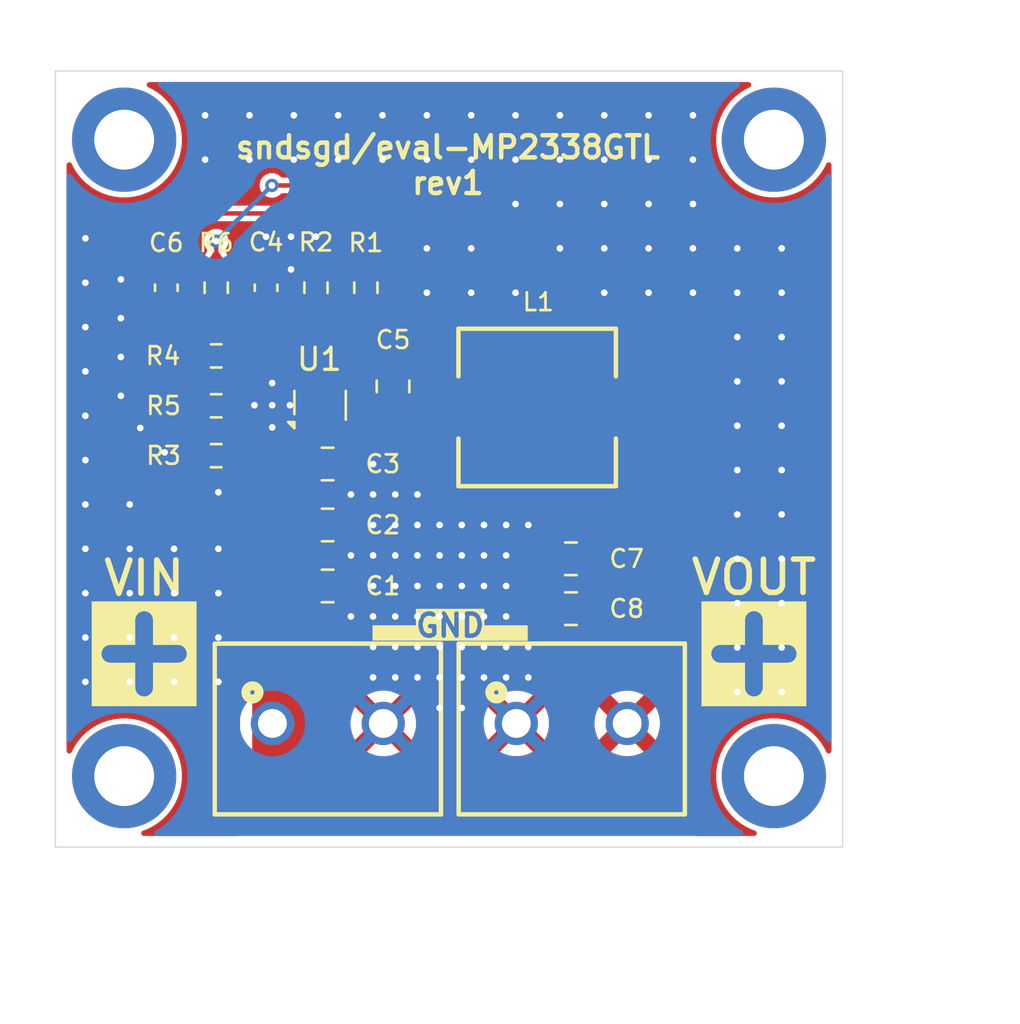
<source format=kicad_pcb>
(kicad_pcb
	(version 20241229)
	(generator "pcbnew")
	(generator_version "9.0")
	(general
		(thickness 1.6)
		(legacy_teardrops no)
	)
	(paper "A4")
	(layers
		(0 "F.Cu" signal)
		(2 "B.Cu" signal)
		(9 "F.Adhes" user "F.Adhesive")
		(11 "B.Adhes" user "B.Adhesive")
		(13 "F.Paste" user)
		(15 "B.Paste" user)
		(5 "F.SilkS" user "F.Silkscreen")
		(7 "B.SilkS" user "B.Silkscreen")
		(1 "F.Mask" user)
		(3 "B.Mask" user)
		(17 "Dwgs.User" user "User.Drawings")
		(19 "Cmts.User" user "User.Comments")
		(21 "Eco1.User" user "User.Eco1")
		(23 "Eco2.User" user "User.Eco2")
		(25 "Edge.Cuts" user)
		(27 "Margin" user)
		(31 "F.CrtYd" user "F.Courtyard")
		(29 "B.CrtYd" user "B.Courtyard")
		(35 "F.Fab" user)
		(33 "B.Fab" user)
		(39 "User.1" user)
		(41 "User.2" user)
		(43 "User.3" user)
		(45 "User.4" user)
	)
	(setup
		(pad_to_mask_clearance 0)
		(allow_soldermask_bridges_in_footprints no)
		(tenting front back)
		(pcbplotparams
			(layerselection 0x00000000_00000000_55555555_5755f5ff)
			(plot_on_all_layers_selection 0x00000000_00000000_00000000_00000000)
			(disableapertmacros no)
			(usegerberextensions no)
			(usegerberattributes yes)
			(usegerberadvancedattributes yes)
			(creategerberjobfile yes)
			(dashed_line_dash_ratio 12.000000)
			(dashed_line_gap_ratio 3.000000)
			(svgprecision 4)
			(plotframeref no)
			(mode 1)
			(useauxorigin no)
			(hpglpennumber 1)
			(hpglpenspeed 20)
			(hpglpendiameter 15.000000)
			(pdf_front_fp_property_popups yes)
			(pdf_back_fp_property_popups yes)
			(pdf_metadata yes)
			(pdf_single_document no)
			(dxfpolygonmode yes)
			(dxfimperialunits yes)
			(dxfusepcbnewfont yes)
			(psnegative no)
			(psa4output no)
			(plot_black_and_white yes)
			(sketchpadsonfab no)
			(plotpadnumbers no)
			(hidednponfab no)
			(sketchdnponfab yes)
			(crossoutdnponfab yes)
			(subtractmaskfromsilk no)
			(outputformat 1)
			(mirror no)
			(drillshape 1)
			(scaleselection 1)
			(outputdirectory "")
		)
	)
	(net 0 "")
	(net 1 "GND")
	(net 2 "VIN")
	(net 3 "Net-(U1-BST)")
	(net 4 "VOUT")
	(net 5 "Net-(U1-EN)")
	(net 6 "Net-(U1-FB)")
	(net 7 "Net-(U1-PG)")
	(net 8 "Net-(U1-SS)")
	(net 9 "/SW")
	(net 10 "Net-(C6-Pad1)")
	(footprint "Capacitor_SMD:C_0603_1608Metric" (layer "F.Cu") (at 109 59.775 90))
	(footprint "Resistor_SMD:R_0603_1608Metric" (layer "F.Cu") (at 111.25 59.775 90))
	(footprint "Resistor_SMD:R_0603_1608Metric" (layer "F.Cu") (at 113.5 59.775 -90))
	(footprint "Resistor_SMD:R_0603_1608Metric" (layer "F.Cu") (at 106.75 65.1))
	(footprint "project:691137710002" (layer "F.Cu") (at 122.785 79.425))
	(footprint "MountingHole:MountingHole_2.7mm_M2.5_DIN965_Pad" (layer "F.Cu") (at 131.9 53.1))
	(footprint "MountingHole:MountingHole_2.7mm_M2.5_DIN965_Pad" (layer "F.Cu") (at 102.6 81.8))
	(footprint "Capacitor_SMD:C_0805_2012Metric" (layer "F.Cu") (at 111.775 70.475))
	(footprint "Resistor_SMD:R_0603_1608Metric" (layer "F.Cu") (at 106.75 62.85 180))
	(footprint "Capacitor_SMD:C_0805_2012Metric" (layer "F.Cu") (at 111.775 67.725))
	(footprint "Resistor_SMD:R_0603_1608Metric" (layer "F.Cu") (at 106.75 59.775 90))
	(footprint "Capacitor_SMD:C_0805_2012Metric" (layer "F.Cu") (at 122.75 72 180))
	(footprint "Capacitor_SMD:C_0805_2012Metric" (layer "F.Cu") (at 114.725 64.225 -90))
	(footprint "Capacitor_SMD:C_0805_2012Metric" (layer "F.Cu") (at 111.775 73.225))
	(footprint "Resistor_SMD:R_0603_1608Metric" (layer "F.Cu") (at 106.75 67.35 180))
	(footprint "Capacitor_SMD:C_0603_1608Metric" (layer "F.Cu") (at 104.5 59.775 90))
	(footprint "project:WE-HCI_7050" (layer "F.Cu") (at 121.225 65.175))
	(footprint "Capacitor_SMD:C_0805_2012Metric" (layer "F.Cu") (at 122.75 74.25 180))
	(footprint "MountingHole:MountingHole_2.7mm_M2.5_DIN965_Pad" (layer "F.Cu") (at 131.9 81.8))
	(footprint "Package_TO_SOT_SMD:SOT-583-8" (layer "F.Cu") (at 111.435 65.075 90))
	(footprint "project:691137710002" (layer "F.Cu") (at 111.785 79.425))
	(footprint "MountingHole:MountingHole_2.7mm_M2.5_DIN965_Pad" (layer "F.Cu") (at 102.6 53.1))
	(gr_poly
		(pts
			(xy 115.77 75) (xy 113.8 75) (xy 113.8 75.689888) (xy 120.8 75.7) (xy 120.8 75) (xy 118.8 75) (xy 118.7 75.6)
			(xy 115.97 75.6)
		)
		(stroke
			(width 0)
			(type solid)
		)
		(fill yes)
		(layer "F.SilkS")
		(uuid "56362335-af41-4983-8f40-835417854112")
	)
	(gr_line
		(start 111.475 65.075)
		(end 103.575 65.075)
		(stroke
			(width 0.1)
			(type default)
		)
		(layer "Dwgs.User")
		(uuid "e398085c-0704-472b-9ef9-b9bd1b4e2d28")
	)
	(gr_rect
		(start 99.5 50)
		(end 135 85)
		(stroke
			(width 0.05)
			(type solid)
		)
		(fill no)
		(layer "Edge.Cuts")
		(uuid "1f6520a9-15c5-404b-ab43-183401152123")
	)
	(gr_text "+"
		(at 103.5 76 0)
		(layer "F.SilkS" knockout)
		(uuid "32c85ebe-d55e-4983-9b76-f20304ffbb01")
		(effects
			(font
				(size 4 4)
				(thickness 0.8)
				(bold yes)
			)
		)
	)
	(gr_text "VIN"
		(at 103.5 73.75 0)
		(layer "F.SilkS")
		(uuid "660aad70-0730-4305-b8c2-edf35537d8da")
		(effects
			(font
				(size 1.5 1.5)
				(thickness 0.25)
			)
			(justify bottom)
		)
	)
	(gr_text "+"
		(at 131 76 0)
		(layer "F.SilkS" knockout)
		(uuid "85a7cca7-0778-4f41-ad4c-672f975cecad")
		(effects
			(font
				(size 4 4)
				(thickness 0.8)
				(bold yes)
			)
		)
	)
	(gr_text "GND"
		(at 117.3 75.6 0)
		(layer "F.SilkS" knockout)
		(uuid "88b2f888-486d-4cd9-ab25-826ce4f26dfb")
		(effects
			(font
				(size 1 1)
				(thickness 0.2)
				(bold yes)
			)
			(justify bottom)
		)
	)
	(gr_text "sndsgd/eval-MP2338GTL\nrev1"
		(at 117.2 54.25 0)
		(layer "F.SilkS")
		(uuid "b9fe00ac-4f29-48b2-8412-811092bc93f1")
		(effects
			(font
				(size 1 1)
				(thickness 0.2)
				(bold yes)
			)
		)
	)
	(gr_text "VOUT"
		(at 131 73.71 0)
		(layer "F.SilkS")
		(uuid "c83774f3-8243-403e-9294-c886d7860e5f")
		(effects
			(font
				(size 1.5 1.5)
				(thickness 0.25)
				(bold yes)
			)
			(justify bottom)
		)
	)
	(segment
		(start 111.25 58.95)
		(end 110.125 58.95)
		(width 0.2)
		(layer "F.Cu")
		(net 1)
		(uuid "12a1459f-5339-451c-a926-dff6099a2a1e")
	)
	(segment
		(start 110.125 58.95)
		(end 109.05 58.95)
		(width 0.2)
		(layer "F.Cu")
		(net 1)
		(uuid "806b3890-68a5-45ba-a6b4-b22aa3fc861c")
	)
	(segment
		(start 109.05 58.95)
		(end 109 59)
		(width 0.2)
		(layer "F.Cu")
		(net 1)
		(uuid "ebd10b10-184c-4b9e-b963-1b091f86f54a")
	)
	(via
		(at 126.25 58)
		(size 0.6)
		(drill 0.3)
		(layers "F.Cu" "B.Cu")
		(net 1)
		(uuid "0121f6a2-49d0-444a-8571-a3561d57953f")
	)
	(via
		(at 109.275 65.075)
		(size 0.6)
		(drill 0.3)
		(layers "F.Cu" "B.Cu")
		(net 1)
		(uuid "020ca33b-05ce-4a85-aea4-32d6fba43638")
	)
	(via
		(at 100.85 73.55)
		(size 0.6)
		(drill 0.3)
		(layers "F.Cu" "B.Cu")
		(net 1)
		(uuid "06d16b0b-3e15-4620-be55-fece0ca216b9")
	)
	(via
		(at 113.825 67.725)
		(size 0.6)
		(drill 0.3)
		(layers "F.Cu" "B.Cu")
		(net 1)
		(uuid "088ad537-d18d-467b-96bd-adce251045de")
	)
	(via
		(at 120.825 77.35)
		(size 0.6)
		(drill 0.3)
		(layers "F.Cu" "B.Cu")
		(net 1)
		(uuid "0b93d5c8-7d74-44fd-b674-eb440d95e6e5")
	)
	(via
		(at 114.825 77.35)
		(size 0.6)
		(drill 0.3)
		(layers "F.Cu" "B.Cu")
		(net 1)
		(uuid "1185b346-7d97-4eed-870d-14072199f6cd")
	)
	(via
		(at 122.25 58)
		(size 0.6)
		(drill 0.3)
		(layers "F.Cu" "B.Cu")
		(net 1)
		(uuid "13f8d49f-db8b-48ef-bb88-088cce0be8b0")
	)
	(via
		(at 113.825 75.975)
		(size 0.6)
		(drill 0.3)
		(layers "F.Cu" "B.Cu")
		(net 1)
		(uuid "150a446e-4306-48ae-8300-724a49ff3331")
	)
	(via
		(at 122.25 52)
		(size 0.6)
		(drill 0.3)
		(layers "F.Cu" "B.Cu")
		(net 1)
		(uuid "1889f337-e2ee-4d64-8e33-587e9346b56e")
	)
	(via
		(at 102.85 75.55)
		(size 0.6)
		(drill 0.3)
		(layers "F.Cu" "B.Cu")
		(net 1)
		(uuid "18c39863-8af8-49d7-b86c-46ce282e047e")
	)
	(via
		(at 124.25 54)
		(size 0.6)
		(drill 0.3)
		(layers "F.Cu" "B.Cu")
		(net 1)
		(uuid "18fd88a9-154e-4bec-80b7-cfe3ea65bcc5")
	)
	(via
		(at 130.25 60)
		(size 0.6)
		(drill 0.3)
		(layers "F.Cu" "B.Cu")
		(net 1)
		(uuid "1982a257-2040-4748-86b1-152500c3fc9b")
	)
	(via
		(at 106.25 52)
		(size 0.6)
		(drill 0.3)
		(layers "F.Cu" "B.Cu")
		(net 1)
		(uuid "19a135fe-b545-4fc7-8b5d-3dc1e04342be")
	)
	(via
		(at 122.25 56)
		(size 0.6)
		(drill 0.3)
		(layers "F.Cu" "B.Cu")
		(net 1)
		(uuid "1e02a29f-9ca7-4561-b8b8-0cee9d4f31b6")
	)
	(via
		(at 118.25 52)
		(size 0.6)
		(drill 0.3)
		(layers "F.Cu" "B.Cu")
		(net 1)
		(uuid "1e20d4d5-9ad8-49a2-8a1f-8625cbcbb56c")
	)
	(via
		(at 106.85 77.55)
		(size 0.6)
		(drill 0.3)
		(layers "F.Cu" "B.Cu")
		(net 1)
		(uuid "1fdba9ad-4d16-4f1b-a475-b5fcdca8d987")
	)
	(via
		(at 116.825 71.85)
		(size 0.6)
		(drill 0.3)
		(layers "F.Cu" "B.Cu")
		(net 1)
		(uuid "20883ebc-0cb5-46a9-ad04-5ff9ed49e50a")
	)
	(via
		(at 132.25 58)
		(size 0.6)
		(drill 0.3)
		(layers "F.Cu" "B.Cu")
		(net 1)
		(uuid "212eb550-9967-4270-ad22-061a8ee5e9ef")
	)
	(via
		(at 116.825 73.225)
		(size 0.6)
		(drill 0.3)
		(layers "F.Cu" "B.Cu")
		(net 1)
		(uuid "2308049e-1f9b-4258-89bf-3bbe92c7a9b8")
	)
	(via
		(at 120.25 60)
		(size 0.6)
		(drill 0.3)
		(layers "F.Cu" "B.Cu")
		(net 1)
		(uuid "2382ea45-c577-4759-ab6e-e7ba761f147d")
	)
	(via
		(at 117.825 70.475)
		(size 0.6)
		(drill 0.3)
		(layers "F.Cu" "B.Cu")
		(net 1)
		(uuid "25c81726-4583-41c3-9b0e-28055000bc7b")
	)
	(via
		(at 102.85 77.55)
		(size 0.6)
		(drill 0.3)
		(layers "F.Cu" "B.Cu")
		(net 1)
		(uuid "26e6ea58-3837-43e4-9419-589b763a840d")
	)
	(via
		(at 130.25 70)
		(size 0.6)
		(drill 0.3)
		(layers "F.Cu" "B.Cu")
		(net 1)
		(uuid "28294014-4637-4520-8981-e6535bddd3e0")
	)
	(via
		(at 130.25 64)
		(size 0.6)
		(drill 0.3)
		(layers "F.Cu" "B.Cu")
		(net 1)
		(uuid "28b4fd8b-7fed-4cba-a4d4-90b6b42aa8ef")
	)
	(via
		(at 110.125 57.475)
		(size 0.6)
		(drill 0.3)
		(layers "F.Cu" "B.Cu")
		(net 1)
		(uuid "29cd252f-4867-4fa6-97b2-0d7e2a18ae18")
	)
	(via
		(at 110.25 52)
		(size 0.6)
		(drill 0.3)
		(layers "F.Cu" "B.Cu")
		(net 1)
		(uuid "29da86c0-2bbf-42c7-aaeb-364e4d59badf")
	)
	(via
		(at 112.25 54)
		(size 0.6)
		(drill 0.3)
		(layers "F.Cu" "B.Cu")
		(net 1)
		(uuid "2dda5ec2-c17b-4628-abee-7f934b8a57ae")
	)
	(via
		(at 115.825 71.85)
		(size 0.6)
		(drill 0.3)
		(layers "F.Cu" "B.Cu")
		(net 1)
		(uuid "2de56b3d-e044-4f46-bac9-88d001e9f1b3")
	)
	(via
		(at 113.825 69.1)
		(size 0.6)
		(drill 0.3)
		(layers "F.Cu" "B.Cu")
		(net 1)
		(uuid "2e6e6c9f-4799-4d6a-b498-ba291a023d40")
	)
	(via
		(at 118.25 58)
		(size 0.6)
		(drill 0.3)
		(layers "F.Cu" "B.Cu")
		(net 1)
		(uuid "332ddc88-8de9-4435-b6f9-4ed28b5d57f1")
	)
	(via
		(at 116.25 52)
		(size 0.6)
		(drill 0.3)
		(layers "F.Cu" "B.Cu")
		(net 1)
		(uuid "353132ae-daa4-41f6-8f3a-c72429cf2f1a")
	)
	(via
		(at 118.825 77.35)
		(size 0.6)
		(drill 0.3)
		(layers "F.Cu" "B.Cu")
		(net 1)
		(uuid "3575d3c4-43aa-4a32-9662-0cc591525be2")
	)
	(via
		(at 115.825 75.975)
		(size 0.6)
		(drill 0.3)
		(layers "F.Cu" "B.Cu")
		(net 1)
		(uuid "36047fa2-375b-49f2-a5d1-80392d88b1fe")
	)
	(via
		(at 130.25 66)
		(size 0.6)
		(drill 0.3)
		(layers "F.Cu" "B.Cu")
		(net 1)
		(uuid "36a9f936-0e47-491d-a678-0839b5bbb65e")
	)
	(via
		(at 128.25 52)
		(size 0.6)
		(drill 0.3)
		(layers "F.Cu" "B.Cu")
		(net 1)
		(uuid "36b03c2f-55ae-4c3a-81a1-54998cda068b")
	)
	(via
		(at 112.825 69.1)
		(size 0.6)
		(drill 0.3)
		(layers "F.Cu" "B.Cu")
		(net 1)
		(uuid "3973f1f5-fe9e-4693-b2b5-bfebf33d3169")
	)
	(via
		(at 110.25 54)
		(size 0.6)
		(drill 0.3)
		(layers "F.Cu" "B.Cu")
		(net 1)
		(uuid "3bc04d58-9079-42c8-9117-74779995a6cf")
	)
	(via
		(at 118.25 60)
		(size 0.6)
		(drill 0.3)
		(layers "F.Cu" "B.Cu")
		(net 1)
		(uuid "3ecfc88b-6c83-4706-9e6c-9b5274c31ea5")
	)
	(via
		(at 116.25 54)
		(size 0.6)
		(drill 0.3)
		(layers "F.Cu" "B.Cu")
		(net 1)
		(uuid "41c0905b-41ca-46e5-8428-ddbf7d8e98bc")
	)
	(via
		(at 106.85 75.55)
		(size 0.6)
		(drill 0.3)
		(layers "F.Cu" "B.Cu")
		(net 1)
		(uuid "4597904f-d8e9-4243-bcf7-8e8072dadfbc")
	)
	(via
		(at 100.85 71.55)
		(size 0.6)
		(drill 0.3)
		(layers "F.Cu" "B.Cu")
		(net 1)
		(uuid "46ebad4e-356c-41a9-bab4-9e54717a27b4")
	)
	(via
		(at 114.825 69.1)
		(size 0.6)
		(drill 0.3)
		(layers "F.Cu" "B.Cu")
		(net 1)
		(uuid "4f2e0231-584a-45c6-a55e-bb22c42e8ffb")
	)
	(via
		(at 111.25 57.475)
		(size 0.6)
		(drill 0.3)
		(layers "F.Cu" "B.Cu")
		(net 1)
		(uuid "4f652047-fd15-4e43-b411-ea09373b4c75")
	)
	(via
		(at 100.85 61.55)
		(size 0.6)
		(drill 0.3)
		(layers "F.Cu" "B.Cu")
		(net 1)
		(uuid "53c342d1-0095-4242-9fda-ea70c87642ff")
	)
	(via
		(at 130.25 72)
		(size 0.6)
		(drill 0.3)
		(layers "F.Cu" "B.Cu")
		(net 1)
		(uuid "53c7e5ea-303e-41d9-921b-b84e678e8b29")
	)
	(via
		(at 118.825 74.6)
		(size 0.6)
		(drill 0.3)
		(layers "F.Cu" "B.Cu")
		(net 1)
		(uuid "55651886-316f-4a19-8621-24b37f6798e0")
	)
	(via
		(at 116.825 75.975)
		(size 0.6)
		(drill 0.3)
		(layers "F.Cu" "B.Cu")
		(net 1)
		(uuid "56483b37-a41c-4201-adab-df7fc48aabfb")
	)
	(via
		(at 116.825 74.6)
		(size 0.6)
		(drill 0.3)
		(layers "F.Cu" "B.Cu")
		(net 1)
		(uuid "57a8c75a-2823-49b6-816c-6201cf4bdd52")
	)
	(via
		(at 108.25 54)
		(size 0.6)
		(drill 0.3)
		(layers "F.Cu" "B.Cu")
		(net 1)
		(uuid "58a1846d-9205-4405-8ba9-f2658ec64fde")
	)
	(via
		(at 106.25 54)
		(size 0.6)
		(drill 0.3)
		(layers "F.Cu" "B.Cu")
		(net 1)
		(uuid "59023bbb-e837-444d-b501-ca1ecdd46d5b")
	)
	(via
		(at 126.25 54)
		(size 0.6)
		(drill 0.3)
		(layers "F.Cu" "B.Cu")
		(net 1)
		(uuid "59439341-a275-4457-8f15-83330007c38a")
	)
	(via
		(at 108.25 52)
		(size 0.6)
		(drill 0.3)
		(layers "F.Cu" "B.Cu")
		(net 1)
		(uuid "5b451723-2252-4672-a531-fe629ee955b5")
	)
	(via
		(at 132.25 64)
		(size 0.6)
		(drill 0.3)
		(layers "F.Cu" "B.Cu")
		(net 1)
		(uuid "5b839c26-4bf5-4b12-a85c-9a263a4703a1")
	)
	(via
		(at 132.25 72)
		(size 0.6)
		(drill 0.3)
		(layers "F.Cu" "B.Cu")
		(net 1)
		(uuid "5bda0265-1d5f-4e94-9bf5-6dfe5322d35f")
	)
	(via
		(at 130.25 58)
		(size 0.6)
		(drill 0.3)
		(layers "F.Cu" "B.Cu")
		(net 1)
		(uuid "5de5bb76-2d4a-4925-bb67-6bfaca2f104a")
	)
	(via
		(at 130.25 68)
		(size 0.6)
		(drill 0.3)
		(layers "F.Cu" "B.Cu")
		(net 1)
		(uuid "6130b82c-33f5-439c-b024-30b5487a1e4d")
	)
	(via
		(at 132.25 74)
		(size 0.6)
		(drill 0.3)
		(layers "F.Cu" "B.Cu")
		(net 1)
		(uuid "654c3e9b-9206-42d1-9040-b45533f10c64")
	)
	(via
		(at 106.85 71.55)
		(size 0.6)
		(drill 0.3)
		(layers "F.Cu" "B.Cu")
		(net 1)
		(uuid "65f35d68-c04b-4b22-b69b-73d923ef52dc")
	)
	(via
		(at 110.125 58.95)
		(size 0.6)
		(drill 0.3)
		(layers "F.Cu" "B.Cu")
		(net 1)
		(uuid "678a7933-af58-4173-9b09-ae53c1709e9f")
	)
	(via
		(at 118.825 71.85)
		(size 0.6)
		(drill 0.3)
		(layers "F.Cu" "B.Cu")
		(net 1)
		(uuid "699ee93d-9b1a-4861-a099-311e69611111")
	)
	(via
		(at 119.825 71.85)
		(size 0.6)
		(drill 0.3)
		(layers "F.Cu" "B.Cu")
		(net 1)
		(uuid "714c13b4-51a3-4bb4-ad4c-d980348c3360")
	)
	(via
		(at 112.825 71.85)
		(size 0.6)
		(drill 0.3)
		(layers "F.Cu" "B.Cu")
		(net 1)
		(uuid "72646ac3-c415-4480-82a4-ba231b6ac162")
	)
	(via
		(at 114.825 74.6)
		(size 0.6)
		(drill 0.3)
		(layers "F.Cu" "B.Cu")
		(net 1)
		(uuid "73158da0-dfac-48f5-8bd5-ae1c3aa604c2")
	)
	(via
		(at 104.425 67.2)
		(size 0.6)
		(drill 0.3)
		(layers "F.Cu" "B.Cu")
		(free yes)
		(net 1)
		(uuid "742e4a4f-ff23-44d6-a433-03af3db5fe23")
	)
	(via
		(at 132.25 70)
		(size 0.6)
		(drill 0.3)
		(layers "F.Cu" "B.Cu")
		(net 1)
		(uuid "7774bdd4-ae16-46ca-a3b1-05402ba3395b")
	)
	(via
		(at 116.825 78.725)
		(size 0.6)
		(drill 0.3)
		(layers "F.Cu" "B.Cu")
		(net 1)
		(uuid "77fcad24-2157-499d-8c8d-bc306ca699fd")
	)
	(via
		(at 124.25 58)
		(size 0.6)
		(drill 0.3)
		(layers "F.Cu" "B.Cu")
		(net 1)
		(uuid "7a36719c-9130-4b41-944d-311f9dfb78a4")
	)
	(via
		(at 119.825 73.225)
		(size 0.6)
		(drill 0.3)
		(layers "F.Cu" "B.Cu")
		(net 1)
		(uuid "7af3d80c-59fe-4df8-bb41-a5d5a2e48103")
	)
	(via
		(at 104.85 71.55)
		(size 0.6)
		(drill 0.3)
		(layers "F.Cu" "B.Cu")
		(net 1)
		(uuid "7bf008a9-4b39-4243-b67e-86503e085b5c")
	)
	(via
		(at 128.25 56)
		(size 0.6)
		(drill 0.3)
		(layers "F.Cu" "B.Cu")
		(net 1)
		(uuid "7c56b3a7-914c-4fe0-9bd6-150596171e35")
	)
	(via
		(at 117.825 71.85)
		(size 0.6)
		(drill 0.3)
		(layers "F.Cu" "B.Cu")
		(net 1)
		(uuid "7efd52b1-8738-4ab7-8e0a-408df30f314b")
	)
	(via
		(at 113.825 77.35)
		(size 0.6)
		(drill 0.3)
		(layers "F.Cu" "B.Cu")
		(net 1)
		(uuid "7f0ba841-67fe-4fed-bf02-c9cd273984c4")
	)
	(via
		(at 100.85 75.55)
		(size 0.6)
		(drill 0.3)
		(layers "F.Cu" "B.Cu")
		(net 1)
		(uuid "7fac5e3f-0780-4413-948b-ce59fde474cf")
	)
	(via
		(at 124.25 60)
		(size 0.6)
		(drill 0.3)
		(layers "F.Cu" "B.Cu")
		(net 1)
		(uuid "84775040-3c39-46b1-bdf8-77a413b5dd41")
	)
	(via
		(at 132.25 78)
		(size 0.6)
		(drill 0.3)
		(layers "F.Cu" "B.Cu")
		(net 1)
		(uuid "84b7d40f-e4fa-4024-8df3-f0303fd3ddf7")
	)
	(via
		(at 102.45 64.65)
		(size 0.6)
		(drill 0.3)
		(layers "F.Cu" "B.Cu")
		(free yes)
		(net 1)
		(uuid "8822883d-f67f-4690-baeb-a60b23357c9f")
	)
	(via
		(at 119.825 75.975)
		(size 0.6)
		(drill 0.3)
		(layers "F.Cu" "B.Cu")
		(net 1)
		(uuid "8905affc-bc71-4640-948e-61bf2b188537")
	)
	(via
		(at 109 57.475)
		(size 0.6)
		(drill 0.3)
		(layers "F.Cu" "B.Cu")
		(net 1)
		(uuid "8bf689b2-9f3e-43f4-8516-7f9f2c723407")
	)
	(via
		(at 117.825 74.6)
		(size 0.6)
		(drill 0.3)
		(layers "F.Cu" "B.Cu")
		(net 1)
		(uuid "8c6b637c-5867-461e-a4af-1c99d79e89f7")
	)
	(via
		(at 126.25 60)
		(size 0.6)
		(drill 0.3)
		(layers "F.Cu" "B.Cu")
		(net 1)
		(uuid "8d400ea5-6e9b-47c4-8697-37f81bbd8656")
	)
	(via
		(at 128.25 60)
		(size 0.6)
		(drill 0.3)
		(layers "F.Cu" "B.Cu")
		(net 1)
		(uuid "8e5aae28-9ace-4695-b8d3-ba6fc9a456bf")
	)
	(via
		(at 118.825 73.225)
		(size 0.6)
		(drill 0.3)
		(layers "F.Cu" "B.Cu")
		(net 1)
		(uuid "8fc91dc4-c678-487f-94d6-2dc5671b8683")
	)
	(via
		(at 126.25 52)
		(size 0.6)
		(drill 0.3)
		(layers "F.Cu" "B.Cu")
		(net 1)
		(uuid "91fa8aef-e8dd-46b8-9baa-12901218dfc0")
	)
	(via
		(at 126.25 56)
		(size 0.6)
		(drill 0.3)
		(layers "F.Cu" "B.Cu")
		(net 1)
		(uuid "9233fe14-cfef-4ee1-917d-aff58d73f69a")
	)
	(via
		(at 112.825 74.6)
		(size 0.6)
		(drill 0.3)
		(layers "F.Cu" "B.Cu")
		(net 1)
		(uuid "939d727b-8ebd-42e4-bc4f-9c5fcdeb077c")
	)
	(via
		(at 113.825 73.225)
		(size 0.6)
		(drill 0.3)
		(layers "F.Cu" "B.Cu")
		(net 1)
		(uuid "95188315-1689-4477-b8a2-640ffdaba0d3")
	)
	(via
		(at 115.825 73.225)
		(size 0.6)
		(drill 0.3)
		(layers "F.Cu" "B.Cu")
		(net 1)
		(uuid "95f6b82e-39eb-46a6-9f6f-2ea47d52dd12")
	)
	(via
		(at 100.85 67.55)
		(size 0.6)
		(drill 0.3)
		(layers "F.Cu" "B.Cu")
		(net 1)
		(uuid "997468a3-160e-4d0e-8a8e-febc23a47666")
	)
	(via
		(at 120.25 56)
		(size 0.6)
		(drill 0.3)
		(layers "F.Cu" "B.Cu")
		(net 1)
		(uuid "9a89cfb6-63f8-455c-9b03-c46a56bf53c7")
	)
	(via
		(at 113.825 70.475)
		(size 0.6)
		(drill 0.3)
		(layers "F.Cu" "B.Cu")
		(net 1)
		(uuid "9aa8e0c1-6cd4-472f-9906-0b5699d571d7")
	)
	(via
		(at 117.825 77.35)
		(size 0.6)
		(drill 0.3)
		(layers "F.Cu" "B.Cu")
		(net 1)
		(uuid "9be23ab6-d302-48f7-8f62-7de4678e8e8d")
	)
	(via
		(at 104.85 73.55)
		(size 0.6)
		(drill 0.3)
		(layers "F.Cu" "B.Cu")
		(net 1)
		(uuid "9cb7b2bc-1ef9-4689-b0e0-9d2fd55be4ce")
	)
	(via
		(at 102.85 71.55)
		(size 0.6)
		(drill 0.3)
		(layers "F.Cu" "B.Cu")
		(net 1)
		(uuid "9dd31945-744a-402e-ae6a-8c667c12383b")
	)
	(via
		(at 112.25 52)
		(size 0.6)
		(drill 0.3)
		(layers "F.Cu" "B.Cu")
		(net 1)
		(uuid "9e81b9b2-a28c-4a1c-bc3f-7b0dca3e3f19")
	)
	(via
		(at 128.25 54)
		(size 0.6)
		(drill 0.3)
		(layers "F.Cu" "B.Cu")
		(net 1)
		(uuid "9ffe0c5f-6828-4e3f-8805-c5bd93642e73")
	)
	(via
		(at 114.825 75.975)
		(size 0.6)
		(drill 0.3)
		(layers "F.Cu" "B.Cu")
		(net 1)
		(uuid "a07fa254-41dc-4153-8879-b945206a6442")
	)
	(via
		(at 102.85 69.55)
		(size 0.6)
		(drill 0.3)
		(layers "F.Cu" "B.Cu")
		(net 1)
		(uuid "a368a54c-1a0f-41a8-8998-65a605f798b6")
	)
	(via
		(at 120.825 75.975)
		(size 0.6)
		(drill 0.3)
		(layers "F.Cu" "B.Cu")
		(net 1)
		(uuid "a38cf6a9-91f6-49c0-a8ad-e475a83c8f5f")
	)
	(via
		(at 109.275 64.075)
		(size 0.6)
		(drill 0.3)
		(layers "F.Cu" "B.Cu")
		(net 1)
		(uuid "a63723cd-762f-4de7-8bf9-2b279327dad7")
	)
	(via
		(at 102.45 62.9)
		(size 0.6)
		(drill 0.3)
		(layers "F.Cu" "B.Cu")
		(free yes)
		(net 1)
		(uuid "a82377f3-2d4a-45db-8ffc-f271e6a69991")
	)
	(via
		(at 114.825 71.85)
		(size 0.6)
		(drill 0.3)
		(layers "F.Cu" "B.Cu")
		(net 1)
		(uuid "a985c08d-39d2-45ca-8c83-9759bf7096e4")
	)
	(via
		(at 100.85 77.55)
		(size 0.6)
		(drill 0.3)
		(layers "F.Cu" "B.Cu")
		(net 1)
		(uuid "a9b91ce7-0c90-42a2-b542-762ce02e45d3")
	)
	(via
		(at 130.25 76)
		(size 0.6)
		(drill 0.3)
		(layers "F.Cu" "B.Cu")
		(net 1)
		(uuid "ab034773-6558-4059-a225-ff8b4fa827ba")
	)
	(via
		(at 104.85 77.55)
		(size 0.6)
		(drill 0.3)
		(layers "F.Cu" "B.Cu")
		(net 1)
		(uuid "ab406836-1ffe-459d-bff0-3019f5e1b526")
	)
	(via
		(at 117.825 78.725)
		(size 0.6)
		(drill 0.3)
		(layers "F.Cu" "B.Cu")
		(net 1)
		(uuid "ac583414-4e2e-425e-be09-7c13ef77e94a")
	)
	(via
		(at 114.825 70.475)
		(size 0.6)
		(drill 0.3)
		(layers "F.Cu" "B.Cu")
		(net 1)
		(uuid "ad0093ca-1ce6-45ee-bddf-8b386596f82d")
	)
	(via
		(at 115.825 77.35)
		(size 0.6)
		(drill 0.3)
		(layers "F.Cu" "B.Cu")
		(net 1)
		(uuid "ad0fd59a-ddeb-4229-9895-2e792461d7e1")
	)
	(via
		(at 115.825 74.6)
		(size 0.6)
		(drill 0.3)
		(layers "F.Cu" "B.Cu")
		(net 1)
		(uuid "adbccdee-8ca4-48b6-a285-350daf3e945d")
	)
	(via
		(at 132.25 62)
		(size 0.6)
		(drill 0.3)
		(layers "F.Cu" "B.Cu")
		(net 1)
		(uuid "ae0ccc1e-578d-4cb1-85ba-919ff239ea03")
	)
	(via
		(at 132.25 68)
		(size 0.6)
		(drill 0.3)
		(layers "F.Cu" "B.Cu")
		(net 1)
		(uuid "b060368d-9b1a-4e5a-85f6-ec1a46fe0f52")
	)
	(via
		(at 124.25 52)
		(size 0.6)
		(drill 0.3)
		(layers "F.Cu" "B.Cu")
		(net 1)
		(uuid "b55e1857-adab-4a76-816f-c4e832584a8c")
	)
	(via
		(at 122.25 54)
		(size 0.6)
		(drill 0.3)
		(layers "F.Cu" "B.Cu")
		(net 1)
		(uuid "b5c5eff7-a451-4990-8787-ca5b09da794d")
	)
	(via
		(at 118.825 70.475)
		(size 0.6)
		(drill 0.3)
		(layers "F.Cu" "B.Cu")
		(net 1)
		(uuid "b62a3b50-fc34-4739-8b43-211c4e7cd071")
	)
	(via
		(at 130.25 78)
		(size 0.6)
		(drill 0.3)
		(layers "F.Cu" "B.Cu")
		(net 1)
		(uuid "b6c758cc-b730-4fe9-be42-a29b265dce49")
	)
	(via
		(at 128.25 58)
		(size 0.6)
		(drill 0.3)
		(layers "F.Cu" "B.Cu")
		(net 1)
		(uuid "ba807b5e-73e6-49c7-84c3-d450fa270d80")
	)
	(via
		(at 130.25 62)
		(size 0.6)
		(drill 0.3)
		(layers "F.Cu" "B.Cu")
		(net 1)
		(uuid "c1b408c9-69b5-4dfa-bdf6-3d8c12d0898d")
	)
	(via
		(at 100.85 57.55)
		(size 0.6)
		(drill 0.3)
		(layers "F.Cu" "B.Cu")
		(net 1)
		(uuid "c20f9898-1624-4521-9b95-1067310e3dbe")
	)
	(via
		(at 132.25 66)
		(size 0.6)
		(drill 0.3)
		(layers "F.Cu" "B.Cu")
		(net 1)
		(uuid "c3ee2641-e743-444f-8037-57c746f3455e")
	)
	(via
		(at 117.825 73.225)
		(size 0.6)
		(drill 0.3)
		(layers "F.Cu" "B.Cu")
		(net 1)
		(uuid "c41704da-570a-4524-baf3-5b79cd3ed090")
	)
	(via
		(at 120.25 52)
		(size 0.6)
		(drill 0.3)
		(layers "F.Cu" "B.Cu")
		(net 1)
		(uuid "c615a7ca-b024-41ba-bc7a-4716522f7dd1")
	)
	(via
		(at 113.825 71.85)
		(size 0.6)
		(drill 0.3)
		(layers "F.Cu" "B.Cu")
		(net 1)
		(uuid "c73a61fc-d0e6-4bfa-a600-82449c4beffc")
	)
	(via
		(at 108.475 65.075)
		(size 0.6)
		(drill 0.3)
		(layers "F.Cu" "B.Cu")
		(net 1)
		(uuid "c7a33807-7fa6-47e1-8c3d-5a2d911dc2ae")
	)
	(via
		(at 130.25 74)
		(size 0.6)
		(drill 0.3)
		(layers "F.Cu" "B.Cu")
		(net 1)
		(uuid "ca9f4f4b-deb6-477e-9044-f8f9d7a9792a")
	)
	(via
		(at 102.45 61.15)
		(size 0.6)
		(drill 0.3)
		(layers "F.Cu" "B.Cu")
		(free yes)
		(net 1)
		(uuid "cb16385e-a08a-432f-a5de-455f5989aebf")
	)
	(via
		(at 119.825 74.6)
		(size 0.6)
		(drill 0.3)
		(layers "F.Cu" "B.Cu")
		(net 1)
		(uuid "d089645b-3358-426e-8414-0e825ee646e8")
	)
	(via
		(at 106.85 73.55)
		(size 0.6)
		(drill 0.3)
		(layers "F.Cu" "B.Cu")
		(net 1)
		(uuid "d19957e3-4410-4f29-a3b0-0cc8a9a002e6")
	)
	(via
		(at 100.85 65.55)
		(size 0.6)
		(drill 0.3)
		(layers "F.Cu" "B.Cu")
		(net 1)
		(uuid "d1da5960-ad61-49e3-bb5d-3657bc5c19c6")
	)
	(via
		(at 104.85 75.55)
		(size 0.6)
		(drill 0.3)
		(layers "F.Cu" "B.Cu")
		(net 1)
		(uuid "d1f28643-12c5-4c6b-8c97-97c92c64b5ed")
	)
	(via
		(at 102.85 73.55)
		(size 0.6)
		(drill 0.3)
		(layers "F.Cu" "B.Cu")
		(net 1)
		(uuid "d26208ed-ba9e-4089-abc7-5e8d7d170f4b")
	)
	(via
		(at 116.25 58)
		(size 0.6)
		(drill 0.3)
		(layers "F.Cu" "B.Cu")
		(net 1)
		(uuid "d312de3d-a5c5-4b1c-aaa6-30c17dda1248")
	)
	(via
		(at 116.825 77.35)
		(size 0.6)
		(drill 0.3)
		(layers "F.Cu" "B.Cu")
		(net 1)
		(uuid "d6008b94-4e96-4058-9a8c-431f724642f8")
	)
	(via
		(at 103.325 66.1)
		(size 0.6)
		(drill 0.3)
		(layers "F.Cu" "B.Cu")
		(free yes)
		(net 1)
		(uuid "d666ae37-9550-450e-9361-3ba596d50c30")
	)
	(via
		(at 109.275 66.075)
		(size 0.6)
		(drill 0.3)
		(layers "F.Cu" "B.Cu")
		(net 1)
		(uuid "d94ba786-e85c-4245-a482-8df6773f8f44")
	)
	(via
		(at 118.25 54)
		(size 0.6)
		(drill 0.3)
		(layers "F.Cu" "B.Cu")
		(net 1)
		(uuid "dae08046-c92c-4ab7-ad01-4a8ed47c9303")
	)
	(via
		(at 115.825 70.475)
		(size 0.6)
		(drill 0.3)
		(layers "F.Cu" "B.Cu")
		(net 1)
		(uuid "db670f54-56ef-4852-99be-405ab944fe3f")
	)
	(via
		(at 119.825 70.475)
		(size 0.6)
		(drill 0.3)
		(layers "F.Cu" "B.Cu")
		(net 1)
		(uuid "dc502908-0632-4e61-a9ac-e21cfcb9f4e4")
	)
	(via
		(at 110.075 65.075)
		(size 0.6)
		(drill 0.3)
		(layers "F.Cu" "B.Cu")
		(net 1)
		(uuid "dcc7b938-d43e-44e1-9d69-f6193e51ced8")
	)
	(via
		(at 113.825 74.6)
		(size 0.6)
		(drill 0.3)
		(layers "F.Cu" "B.Cu")
		(net 1)
		(uuid "dd18a6de-cc7d-4b9e-a6ab-d29376d90d35")
	)
	(via
		(at 100.85 59.55)
		(size 0.6)
		(drill 0.3)
		(layers "F.Cu" "B.Cu")
		(net 1)
		(uuid "ddc7c748-561e-4e38-858c-34ed182714ed")
	)
	(via
		(at 116.25 60)
		(size 0.6)
		(drill 0.3)
		(layers "F.Cu" "B.Cu")
		(net 1)
		(uuid "de6cf75a-d2b5-4744-81ff-5aafbfa40330")
	)
	(via
		(at 132.25 76)
		(size 0.6)
		(drill 0.3)
		(layers "F.Cu" "B.Cu")
		(net 1)
		(uuid "dfb27f07-1fba-44a4-af3e-c7e2ec3fbbb1")
	)
	(via
		(at 114.25 54)
		(size 0.6)
		(drill 0.3)
		(layers "F.Cu" "B.Cu")
		(net 1)
		(uuid "e7d5e69c-d9dd-4371-8e64-f1f8ee6cd5ac")
	)
	(via
		(at 124.25 56)
		(size 0.6)
		(drill 0.3)
		(layers "F.Cu" "B.Cu")
		(net 1)
		(uuid "e86c1c36-e5f6-4ba7-a6ed-ed2936762fdc")
	)
	(via
		(at 106.85 69)
		(size 0.6)
		(drill 0.3)
		(layers "F.Cu" "B.Cu")
		(net 1)
		(uuid "e8c8aa8d-aabe-46ee-bde5-fe874fbe9e08")
	)
	(via
		(at 132.25 60)
		(size 0.6)
		(drill 0.3)
		(layers "F.Cu" "B.Cu")
		(net 1)
		(uuid "e8dc4ac2-b3a1-4b7c-84ea-91875bdca4b7")
	)
	(via
		(at 100.85 69.55)
		(size 0.6)
		(drill 0.3)
		(layers "F.Cu" "B.Cu")
		(net 1)
		(uuid "e9ecd466-920c-4085-85c5-bda6fb035efb")
	)
	(via
		(at 116.825 70.475)
		(size 0.6)
		(drill 0.3)
		(layers "F.Cu" "B.Cu")
		(net 1)
		(uuid "eae8ea92-63d8-4285-92c7-c1d9ac34ffec")
	)
	(via
		(at 115.825 69.1)
		(size 0.6)
		(drill 0.3)
		(layers "F.Cu" "B.Cu")
		(net 1)
		(uuid "ec14abc7-d749-45e9-8962-4b54fef5a1cf")
	)
	(via
		(at 102.45 59.4)
		(size 0.6)
		(drill 0.3)
		(layers "F.Cu" "B.Cu")
		(free yes)
		(net 1)
		(uuid "ec927cea-e493-4531-8b80-86376e9599c2")
	)
	(via
		(at 118.825 75.975)
		(size 0.6)
		(drill 0.3)
		(layers "F.Cu" "B.Cu")
		(net 1)
		(uuid "efb105a1-8096-420f-b9e7-c6a464449ae2")
	)
	(via
		(at 100.85 63.55)
		(size 0.6)
		(drill 0.3)
		(layers "F.Cu" "B.Cu")
		(net 1)
		(uuid "f3237047-6b2f-436c-9e22-3af963c811cf")
	)
	(via
		(at 114.25 52)
		(size 0.6)
		(drill 0.3)
		(layers "F.Cu" "B.Cu")
		(net 1)
		(uuid "f677dd62-8343-4c12-92cc-082be21bb474")
	)
	(via
		(at 119.825 77.35)
		(size 0.6)
		(drill 0.3)
		(layers "F.Cu" "B.Cu")
		(net 1)
		(uuid "f7840d8b-d375-4171-9c11-f4dcbca7c37c")
	)
	(via
		(at 117.825 75.975)
		(size 0.6)
		(drill 0.3)
		(layers "F.Cu" "B.Cu")
		(net 1)
		(uuid "f8b488e3-e2e0-4524-85db-90faed478b83")
	)
	(via
		(at 120.825 70.475)
		(size 0.6)
		(drill 0.3)
		(layers "F.Cu" "B.Cu")
		(net 1)
		(uuid "f8e02302-a45e-4f00-8c0e-215fa07bee00")
	)
	(via
		(at 114.825 73.225)
		(size 0.6)
		(drill 0.3)
		(layers "F.Cu" "B.Cu")
		(net 1)
		(uuid "f9108f40-ff2a-40a8-9181-19ee90135336")
	)
	(via
		(at 120.25 54)
		(size 0.6)
		(drill 0.3)
		(layers "F.Cu" "B.Cu")
		(net 1)
		(uuid "fc85a541-bba3-40a2-a9db-fcfef1b84d06")
	)
	(segment
		(start 112.075 56.425)
		(end 113.5 57.85)
		(width 0.2)
		(layer "F.Cu")
		(net 2)
		(uuid "278a8b44-9c16-4b20-b530-dc1035dd4769")
	)
	(segment
		(start 103.825 56.425)
		(end 112.075 56.425)
		(width 0.2)
		(layer "F.Cu")
		(net 2)
		(uuid "3f9c34d5-9908-46dd-be01-b59f877a6fa6")
	)
	(segment
		(start 109 70.475)
		(end 106.375 70.475)
		(width 0.2)
		(layer "F.Cu")
		(net 2)
		(uuid "5f8e4995-75e5-4885-8e84-9441735359aa")
	)
	(segment
		(start 111.185 65.815)
		(end 111.185 66.365)
		(width 0.3)
		(layer "F.Cu")
		(net 2)
		(uuid "9a531df7-ad1a-4d08-91c8-b7d9c7558475")
	)
	(segment
		(start 101.65 65.75)
		(end 101.65 58.6)
		(width 0.2)
		(layer "F.Cu")
		(net 2)
		(uuid "bb5a89aa-3ec8-481a-b478-e96a4689a6ba")
	)
	(segment
		(start 106.375 70.475)
		(end 101.65 65.75)
		(width 0.2)
		(layer "F.Cu")
		(net 2)
		(uuid "bbde954d-62e5-4731-b827-b11da2c44ed3")
	)
	(segment
		(start 113.5 57.85)
		(end 113.5 58.95)
		(width 0.2)
		(layer "F.Cu")
		(net 2)
		(uuid "ee7aff0d-3303-4658-a7a3-197146b60c3f")
	)
	(segment
		(start 101.65 58.6)
		(end 103.825 56.425)
		(width 0.2)
		(layer "F.Cu")
		(net 2)
		(uuid "f892119b-ccc4-4496-8e00-790460d4380a")
	)
	(segment
		(start 112.185 63.865)
		(end 112.775 63.275)
		(width 0.2)
		(layer "F.Cu")
		(net 3)
		(uuid "1b6c0a88-26ff-4b81-b10d-00f7bd7fa84b")
	)
	(segment
		(start 112.775 63.275)
		(end 114.725 63.275)
		(width 0.2)
		(layer "F.Cu")
		(net 3)
		(uuid "acbb6c82-84d7-4292-93e7-92e4dbcfe3d9")
	)
	(segment
		(start 112.185 64.335)
		(end 112.185 63.865)
		(width 0.2)
		(layer "F.Cu")
		(net 3)
		(uuid "c61cf076-00bd-4456-9a93-0578e710c5f5")
	)
	(segment
		(start 104.55 58.95)
		(end 104.5 59)
		(width 0.2)
		(layer "F.Cu")
		(net 4)
		(uuid "017c9afd-b1c6-4617-b3dd-95be95eacff5")
	)
	(segment
		(start 103.75 59)
		(end 103.325 59.425)
		(width 0.2)
		(layer "F.Cu")
		(net 4)
		(uuid "029ba29e-6a17-47cb-b293-8a786fb7ac62")
	)
	(segment
		(start 106.8 59)
		(end 106.75 58.95)
		(width 0.2)
		(layer "F.Cu")
		(net 4)
		(uuid "15f6cc44-b468-40e8-afd4-2c51e4dc40c3")
	)
	(segment
		(start 104.5 59)
		(end 103.75 59)
		(width 0.2)
		(layer "F.Cu")
		(net 4)
		(uuid "2a3b0c38-716e-46b7-b563-197a2ea7d77d")
	)
	(segment
		(start 106.75 58.95)
		(end 106.75 57.675)
		(width 0.2)
		(layer "F.Cu")
		(net 4)
		(uuid "539ba144-0421-4101-a4c9-3d0d7aae7541")
	)
	(segment
		(start 123.7 72)
		(end 123.7 74.25)
		(width 0.2)
		(layer "F.Cu")
		(net 4)
		(uuid "625facb0-f5b7-4651-9c7d-ffbf45597683")
	)
	(segment
		(start 106.75 58.95)
		(end 104.55 58.95)
		(width 0.2)
		(layer "F.Cu")
		(net 4)
		(uuid "679490a6-df6c-4d52-b6d9-3e5391f5566a")
	)
	(segment
		(start 103.325 59.425)
		(end 103.325 64.75)
		(width 0.2)
		(layer "F.Cu")
		(net 4)
		(uuid "6e6b27c5-e262-428f-9993-7523ecf6223b")
	)
	(segment
		(start 109.2625 55.1625)
		(end 117.4125 55.1625)
		(width 0.2)
		(layer "F.Cu")
		(net 4)
		(uuid "6f5a3e55-155b-41d8-b6f9-35908c0b66d4")
	)
	(segment
		(start 103.325 64.75)
		(end 105.925 67.35)
		(width 0.2)
		(layer "F.Cu")
		(net 4)
		(uuid "85714571-e40d-49bc-bea7-67449c0a879c")
	)
	(segment
		(start 117.4125 55.1625)
		(end 123.475 61.225)
		(width 0.2)
		(layer "F.Cu")
		(net 4)
		(uuid "b619a0df-7c42-4551-9188-829067023ac2")
	)
	(segment
		(start 123.475 61.225)
		(end 123.475 64.05)
		(width 0.2)
		(layer "F.Cu")
		(net 4)
		(uuid "b8f4d0a2-fa93-4be3-a20e-ce9609769020")
	)
	(via
		(at 109.2625 55.1625)
		(size 0.6)
		(drill 0.3)
		(layers "F.Cu" "B.Cu")
		(net 4)
		(uuid "2129f497-b1d6-4dc4-b055-f08ef431d852")
	)
	(via
		(at 106.75 57.675)
		(size 0.6)
		(drill 0.3)
		(layers "F.Cu" "B.Cu")
		(net 4)
		(uuid "e90a54f5-d2b4-41f4-a753-e25f8dd4747c")
	)
	(segment
		(start 106.75 57.675)
		(end 109.2625 55.1625)
		(width 0.2)
		(layer "B.Cu")
		(net 4)
		(uuid "29748bfb-b4c4-432d-b7be-1eff15688b9a")
	)
	(segment
		(start 111.25 60.6)
		(end 113.5 60.6)
		(width 0.2)
		(layer "F.Cu")
		(net 5)
		(uuid "19a28ca2-88a2-4548-a1c0-5833a4a2ee82")
	)
	(segment
		(start 113.5 61.05)
		(end 113.5 60.6)
		(width 0.2)
		(layer "F.Cu")
		(net 5)
		(uuid "5ac06000-f57f-4092-9695-6755c5480e17")
	)
	(segment
		(start 111.685 64.335)
		(end 111.685 62.865)
		(width 0.2)
		(layer "F.Cu")
		(net 5)
		(uuid "b756d90c-eb68-409a-a5b2-ff0343a4469b")
	)
	(segment
		(start 111.685 62.865)
		(end 113.5 61.05)
		(width 0.2)
		(layer "F.Cu")
		(net 5)
		(uuid "cdddc7c2-9208-4ec2-af8b-46ab1fcec299")
	)
	(segment
		(start 110.685 64.335)
		(end 110.685 64.135)
		(width 0.2)
		(layer "F.Cu")
		(net 6)
		(uuid "0e5744fe-dd70-44b7-b515-c891ede347da")
	)
	(segment
		(start 109.4 62.85)
		(end 107.575 62.85)
		(width 0.2)
		(layer "F.Cu")
		(net 6)
		(uuid "8fee53b3-6611-46f2-aba2-140af0baecd8")
	)
	(segment
		(start 109.4 62.85)
		(end 110.685 64.135)
		(width 0.2)
		(layer "F.Cu")
		(net 6)
		(uuid "ff30381b-857a-4bd4-a203-236d18f016f9")
	)
	(segment
		(start 109.15 67.35)
		(end 110.685 65.815)
		(width 0.2)
		(layer "F.Cu")
		(net 7)
		(uuid "3a9680c6-b423-4254-a08a-1afa71b9aade")
	)
	(segment
		(start 107.575 67.35)
		(end 109.15 67.35)
		(width 0.2)
		(layer "F.Cu")
		(net 7)
		(uuid "cea282d3-5930-4da7-ba73-e5de47e21ea2")
	)
	(segment
		(start 111.185 64.335)
		(end 111.185 62.86)
		(width 0.2)
		(layer "F.Cu")
		(net 8)
		(uuid "3057a170-79f0-4d69-bbb3-382aae9d420f")
	)
	(segment
		(start 109 60.675)
		(end 109 60.55)
		(width 0.2)
		(layer "F.Cu")
		(net 8)
		(uuid "a4755b6f-1f38-4187-978c-fe87fb943359")
	)
	(segment
		(start 111.185 62.86)
		(end 109 60.675)
		(width 0.2)
		(layer "F.Cu")
		(net 8)
		(uuid "eaa95345-34b8-4217-bc10-f22d9f6c87fb")
	)
	(segment
		(start 105.925 65.1)
		(end 105.925 62.85)
		(width 0.2)
		(layer "F.Cu")
		(net 10)
		(uuid "04df27ed-81f1-4cdd-b559-9ac1b4189b96")
	)
	(segment
		(start 105.925 62.85)
		(end 105.925 62.55)
		(width 0.2)
		(layer "F.Cu")
		(net 10)
		(uuid "5d307185-8dca-456e-abd4-7a740500b0b8")
	)
	(segment
		(start 106.75 61.725)
		(end 106.75 60.6)
		(width 0.2)
		(layer "F.Cu")
		(net 10)
		(uuid "7d30513f-aeb2-4fd8-9b66-eba2ff6042ed")
	)
	(segment
		(start 105.925 62.55)
		(end 106.75 61.725)
		(width 0.2)
		(layer "F.Cu")
		(net 10)
		(uuid "b13a2963-72cf-49b4-96b6-62583fecd117")
	)
	(segment
		(start 104.55 60.6)
		(end 104.5 60.55)
		(width 0.2)
		(layer "F.Cu")
		(net 10)
		(uuid "e30c6634-9bdd-4686-8996-7373030a9a02")
	)
	(segment
		(start 106.75 60.6)
		(end 104.55 60.6)
		(width 0.2)
		(layer "F.Cu")
		(net 10)
		(uuid "f3694d4b-4839-48d5-975e-750ea91e06da")
	)
	(zone
		(net 3)
		(net_name "Net-(U1-BST)")
		(layer "F.Cu")
		(uuid "045a9eaa-b42b-4691-8dd4-7d429f340958")
		(name "$teardrop_padvia$")
		(hatch none 0.1)
		(priority 30022)
		(attr
			(teardrop
				(type padvia)
			)
		)
		(connect_pads yes
			(clearance 0)
		)
		(min_thickness 0.0254)
		(filled_areas_thickness no)
		(fill yes
			(thermal_gap 0.5)
			(thermal_bridge_width 0.5)
			(island_removal_mode 1)
			(island_area_min 10)
		)
		(polygon
			(pts
				(xy 112.266317 63.925104) (xy 112.124896 63.783683) (xy 112.041512 64.026816) (xy 112.184293 64.335707)
				(xy 112.331194 64.030866)
			)
		)
		(filled_polygon
			(layer "F.Cu")
			(pts
				(xy 112.138153 63.79694) (xy 112.265339 63.924126) (xy 112.267039 63.926281) (xy 112.327854 64.025422)
				(xy 112.329259 64.034266) (xy 112.328421 64.036619) (xy 112.195053 64.313378) (xy 112.188374 64.319343)
				(xy 112.179434 64.318839) (xy 112.173893 64.313208) (xy 112.043482 64.031078) (xy 112.043035 64.022374)
				(xy 112.118814 63.801415) (xy 112.124738 63.794703) (xy 112.133676 63.794146)
			)
		)
	)
	(zone
		(net 0)
		(net_name "")
		(layer "F.Cu")
		(uuid "060056e7-7e5a-45a5-bb02-1a784b356ec4")
		(hatch edge 0.5)
		(connect_pads yes
			(clearance 0)
		)
		(min_thickness 0.25)
		(filled_areas_thickness no)
		(keepout
			(tracks allowed)
			(vias allowed)
			(pads allowed)
			(copperpour not_allowed)
			(footprints allowed)
		)
		(placement
			(enabled no)
			(sheetname "/")
		)
		(fill
			(thermal_gap 0.5)
			(thermal_bridge_width 0.75)
		)
		(polygon
			(pts
				(xy 112.35 69.75) (xy 112 69.75) (xy 112 71.2) (xy 112.35 71.2)
			)
		)
	)
	(zone
		(net 0)
		(net_name "")
		(layer "F.Cu")
		(uuid "0dab9f5b-7e78-4fd4-b8d7-1f7cd2c58975")
		(hatch edge 0.5)
		(connect_pads yes
			(clearance 0)
		)
		(min_thickness 0.25)
		(filled_areas_thickness no)
		(keepout
			(tracks allowed)
			(vias allowed)
			(pads allowed)
			(copperpour not_allowed)
			(footprints allowed)
		)
		(placement
			(enabled no)
			(sheetname "/")
		)
		(fill
			(thermal_gap 0.5)
			(thermal_bridge_width 0.75)
		)
		(polygon
			(pts
				(xy 110.325 70.125) (xy 110.125 70.125) (xy 110.125 70.875) (xy 110.325 70.875)
			)
		)
	)
	(zone
		(net 2)
		(net_name "VIN")
		(layer "F.Cu")
		(uuid "1a11c3c4-5238-49ac-ac53-b6d95fa49c5e")
		(hatch edge 0.5)
		(priority 1)
		(connect_pads thru_hole_only
			(clearance 0)
		)
		(min_thickness 0.25)
		(filled_areas_thickness no)
		(fill yes
			(thermal_gap 0)
			(thermal_bridge_width 0.75)
		)
		(polygon
			(pts
				(xy 111.035 65.48) (xy 111.035 66.175) (xy 108.375 68.925) (xy 108.375 81.475) (xy 111.525 81.475)
				(xy 111.525 66.625) (xy 111.335056 66.275103) (xy 111.334879 65.48)
			)
		)
		(filled_polygon
			(layer "F.Cu")
			(pts
				(xy 111.273039 65.499685) (xy 111.318794 65.552489) (xy 111.33 65.604) (xy 111.33 66.026007) (xy 111.333789 66.061239)
				(xy 111.334496 66.07344) (xy 111.3345 66.07391) (xy 111.3345 66.124674) (xy 111.334951 66.126941)
				(xy 111.33502 66.135042) (xy 111.33498 66.135181) (xy 111.335024 66.136069) (xy 111.335055 66.275099)
				(xy 111.335055 66.275101) (xy 111.335056 66.275103) (xy 111.509978 66.597327) (xy 111.513615 66.611652)
				(xy 111.519977 66.621551) (xy 111.525 66.656486) (xy 111.525 66.876) (xy 111.505315 66.943039) (xy 111.452511 66.988794)
				(xy 111.401 67) (xy 111.2 67) (xy 111.2 68.45) (xy 111.401 68.45) (xy 111.468039 68.469685) (xy 111.513794 68.522489)
				(xy 111.525 68.574) (xy 111.525 69.626) (xy 111.505315 69.693039) (xy 111.452511 69.738794) (xy 111.401 69.75)
				(xy 111.2 69.75) (xy 111.2 71.2) (xy 111.401 71.2) (xy 111.468039 71.219685) (xy 111.513794 71.272489)
				(xy 111.525 71.324) (xy 111.525 72.376) (xy 111.505315 72.443039) (xy 111.452511 72.488794) (xy 111.401 72.5)
				(xy 111.2 72.5) (xy 111.2 73.95) (xy 111.401 73.95) (xy 111.468039 73.969685) (xy 111.513794 74.022489)
				(xy 111.525 74.074) (xy 111.525 81.351) (xy 111.505315 81.418039) (xy 111.452511 81.463794) (xy 111.401 81.475)
				(xy 108.499 81.475) (xy 108.431961 81.455315) (xy 108.386206 81.402511) (xy 108.375 81.351) (xy 108.375 80.077706)
				(xy 108.375 79.80467) (xy 108.644233 79.535436) (xy 108.659979 79.614598) (xy 108.708978 79.73289)
				(xy 108.780112 79.839351) (xy 108.870649 79.929888) (xy 108.97711 80.001022) (xy 109.095402 80.050021)
				(xy 109.174562 80.065766) (xy 108.913765 80.326562) (xy 109.000602 80.362531) (xy 109.00061 80.362533)
				(xy 109.188966 80.399999) (xy 109.18897 80.4) (xy 109.38103 80.4) (xy 109.381033 80.399999) (xy 109.569389 80.362533)
				(xy 109.569397 80.362531) (xy 109.656233 80.326562) (xy 109.395437 80.065766) (xy 109.474598 80.050021)
				(xy 109.59289 80.001022) (xy 109.699351 79.929888) (xy 109.789888 79.839351) (xy 109.861022 79.73289)
				(xy 109.910021 79.614598) (xy 109.925766 79.535437) (xy 110.186562 79.796233) (xy 110.222531 79.709397)
				(xy 110.222533 79.709389) (xy 110.259999 79.521033) (xy 110.26 79.52103) (xy 110.26 79.32897) (xy 110.259999 79.328966)
				(xy 110.222533 79.14061) (xy 110.222531 79.140602) (xy 110.186562 79.053765) (xy 109.925766 79.314561)
				(xy 109.910021 79.235402) (xy 109.861022 79.11711) (xy 109.789888 79.010649) (xy 109.699351 78.920112)
				(xy 109.59289 78.848978) (xy 109.474598 78.799979) (xy 109.395437 78.784233) (xy 109.656233 78.523435)
				(xy 109.569407 78.487471) (xy 109.569391 78.487466) (xy 109.381033 78.45) (xy 109.188966 78.45)
				(xy 109.000608 78.487466) (xy 109.000592 78.487471) (xy 108.913766 78.523435) (xy 108.913766 78.523436)
				(xy 109.174563 78.784233) (xy 109.095402 78.799979) (xy 108.97711 78.848978) (xy 108.870649 78.920112)
				(xy 108.780112 79.010649) (xy 108.708978 79.11711) (xy 108.659979 79.235402) (xy 108.644233 79.314563)
				(xy 108.375 79.04533) (xy 108.375 73.6) (xy 110.125 73.6) (xy 110.325 73.6) (xy 110.325 72.85) (xy 110.125 72.85)
				(xy 110.125 73.6) (xy 108.375 73.6) (xy 108.375 70.875) (xy 110.125 70.875) (xy 110.325 70.875)
				(xy 110.325 70.125) (xy 110.125 70.125) (xy 110.125 70.875) (xy 108.375 70.875) (xy 108.375 68.975159)
				(xy 108.394685 68.90812) (xy 108.409872 68.888948) (xy 109.148818 68.125) (xy 110.125 68.125) (xy 110.325 68.125)
				(xy 110.325 67.375) (xy 110.125 67.375) (xy 110.125 68.125) (xy 109.148818 68.125) (xy 110.863811 66.35198)
				(xy 110.884034 66.3351) (xy 110.965601 66.280601) (xy 111.020966 66.19774) (xy 111.023027 66.187377)
				(xy 111.035 66.175) (xy 111.035 66.127187) (xy 111.0355 66.124674) (xy 111.0355 65.604) (xy 111.055185 65.536961)
				(xy 111.107989 65.491206) (xy 111.1595 65.48) (xy 111.206 65.48)
			)
		)
	)
	(zone
		(net 0)
		(net_name "")
		(layer "F.Cu")
		(uuid "1ce12474-a46f-49d6-a152-867f85b1539e")
		(hatch edge 0.5)
		(connect_pads yes
			(clearance 0)
		)
		(min_thickness 0.25)
		(filled_areas_thickness no)
		(keepout
			(tracks allowed)
			(vias allowed)
			(pads allowed)
			(copperpour not_allowed)
			(footprints allowed)
		)
		(placement
			(enabled no)
			(sheetname "/")
		)
		(fill
			(thermal_gap 0.5)
			(thermal_bridge_width 0.75)
		)
		(polygon
			(pts
				(xy 121.3 73.875) (xy 121.1 73.875) (xy 121.1 74.625) (xy 121.3 74.625)
			)
		)
	)
	(zone
		(net 9)
		(net_name "/SW")
		(layer "F.Cu")
		(uuid "22276504-3da2-4e40-bb1d-a9e89daa9822")
		(hatch edge 0.5)
		(priority 6)
		(connect_pads yes
			(clearance 0)
		)
		(min_thickness 0.25)
		(filled_areas_thickness no)
		(fill yes
			(thermal_gap 0.5)
			(thermal_bridge_width 0.5)
		)
		(polygon
			(pts
				(xy 111.535 66.15) (xy 111.535 65.175) (xy 111.595 65.025) (xy 111.730001 64.912499) (xy 111.875 64.875)
				(xy 112.7 64.875) (xy 113 64.575) (xy 113.3 64.475) (xy 115.425 64.475) (xy 117.125 63.6) (xy 120.455974 63.6)
				(xy 120.48363 66.725) (xy 115.495231 66.725) (xy 113.951645 66.19375) (xy 112.775 65.275) (xy 112.075 65.275)
				(xy 111.825 65.525) (xy 111.835 66.15)
			)
		)
		(filled_polygon
			(layer "F.Cu")
			(pts
				(xy 120.400106 63.619685) (xy 120.445861 63.672489) (xy 120.457062 63.722903) (xy 120.465845 64.715391)
				(xy 120.446755 64.782602) (xy 120.394358 64.828822) (xy 120.32529 64.839377) (xy 120.26148 64.810916)
				(xy 120.254169 64.804169) (xy 120.225 64.775) (xy 120.025 64.775) (xy 120.025 65.525) (xy 120.225 65.525)
				(xy 120.225 65.524391) (xy 120.244685 65.457352) (xy 120.297489 65.411597) (xy 120.366647 65.401653)
				(xy 120.430203 65.430678) (xy 120.467977 65.489456) (xy 120.472994 65.523293) (xy 120.478928 66.19375)
				(xy 120.482523 66.599903) (xy 120.463433 66.667114) (xy 120.411036 66.713334) (xy 120.358528 66.725)
				(xy 115.515972 66.725) (xy 115.475618 66.71825) (xy 115.461334 66.713334) (xy 114.768838 66.475)
				(xy 118.325 66.475) (xy 119.075 66.475) (xy 119.075 66.275) (xy 118.325 66.275) (xy 118.325 66.475)
				(xy 114.768838 66.475) (xy 114.379166 66.340888) (xy 113.971256 66.200499) (xy 113.935296 66.180984)
				(xy 113.095176 65.525) (xy 117.125 65.525) (xy 117.325 65.525) (xy 117.325 64.775) (xy 117.125 64.775)
				(xy 117.125 65.525) (xy 113.095176 65.525) (xy 112.775 65.275) (xy 112.075 65.275) (xy 112.068958 65.275)
				(xy 112.05568 65.280423) (xy 111.987263 65.294032) (xy 111.98726 65.294033) (xy 111.904399 65.349399)
				(xy 111.849033 65.43226) (xy 111.849032 65.432263) (xy 111.838266 65.48639) (xy 111.837924 65.487042)
				(xy 111.837982 65.487779) (xy 111.831586 65.508732) (xy 111.824999 65.524999) (xy 111.832984 66.024016)
				(xy 111.814375 66.091362) (xy 111.762309 66.137956) (xy 111.709 66.15) (xy 111.6595 66.15) (xy 111.592461 66.130315)
				(xy 111.546706 66.077511) (xy 111.5355 66.026) (xy 111.5355 65.504336) (xy 111.535 65.494158) (xy 111.535 65.198879)
				(xy 111.543869 65.152827) (xy 111.583351 65.054121) (xy 111.619093 65.004922) (xy 111.70862 64.930316)
				(xy 111.756949 64.905529) (xy 111.859726 64.878949) (xy 111.889091 64.875213) (xy 111.889786 64.875004)
				(xy 111.89008 64.875088) (xy 111.890773 64.875) (xy 112.7 64.875) (xy 112.979302 64.595697) (xy 113.027766 64.565744)
				(xy 113.280911 64.481363) (xy 113.320123 64.475) (xy 115.424999 64.475) (xy 115.425 64.475) (xy 116.202143 64.075)
				(xy 118.325 64.075) (xy 119.075 64.075) (xy 119.075 63.875) (xy 118.325 63.875) (xy 118.325 64.075)
				(xy 116.202143 64.075) (xy 117.098292 63.613747) (xy 117.15504 63.6) (xy 120.333067 63.6)
			)
		)
	)
	(zone
		(net 3)
		(net_name "Net-(U1-BST)")
		(layer "F.Cu")
		(uuid "237ab8b0-6299-43f3-9784-1e776e249d09")
		(name "$teardrop_padvia$")
		(hatch none 0.1)
		(priority 30000)
		(attr
			(teardrop
				(type padvia)
			)
		)
		(connect_pads yes
			(clearance 0)
		)
		(min_thickness 0.0254)
		(filled_areas_thickness no)
		(fill yes
			(thermal_gap 0.5)
			(thermal_bridge_width 0.5)
			(island_removal_mode 1)
			(island_area_min 10)
		)
		(polygon
			(pts
				(xy 113.5 63.175) (xy 113.5 63.375) (xy 114.154329 63.75597) (xy 114.726 63.275) (xy 114.154329 62.79403)
			)
		)
		(filled_polygon
			(layer "F.Cu")
			(pts
				(xy 114.16063 62.799331) (xy 114.715358 63.266047) (xy 114.719483 63.273996) (xy 114.716779 63.282532)
				(xy 114.715358 63.283953) (xy 114.16063 63.750668) (xy 114.152094 63.753372) (xy 114.147212 63.751826)
				(xy 113.901045 63.6085) (xy 113.505813 63.378384) (xy 113.500388 63.37126) (xy 113.5 63.368273)
				(xy 113.5 63.181726) (xy 113.503427 63.173453) (xy 113.50581 63.171617) (xy 114.147213 62.798172)
				(xy 114.156085 62.796972)
			)
		)
	)
	(zone
		(net 0)
		(net_name "")
		(layer "F.Cu")
		(uuid "2cc01ca1-51a5-425e-b491-769d772df53c")
		(hatch edge 0.5)
		(connect_pads yes
			(clearance 0)
		)
		(min_thickness 0.25)
		(filled_areas_thickness no)
		(keepout
			(tracks allowed)
			(vias allowed)
			(pads allowed)
			(copperpour not_allowed)
			(footprints allowed)
		)
		(placement
			(enabled no)
			(sheetname "/")
		)
		(fill
			(thermal_gap 0.5)
			(thermal_bridge_width 0.75)
		)
		(polygon
			(pts
				(xy 118.325 66.275) (xy 118.325 66.475) (xy 119.075 66.475) (xy 119.075 66.275)
			)
		)
	)
	(zone
		(net 5)
		(net_name "Net-(U1-EN)")
		(layer "F.Cu")
		(uuid "2cdc99c9-27e5-48e9-9d72-c0c9fa1e621e")
		(name "$teardrop_padvia$")
		(hatch none 0.1)
		(priority 30018)
		(attr
			(teardrop
				(type padvia)
			)
		)
		(connect_pads yes
			(clearance 0)
		)
		(min_thickness 0.0254)
		(filled_areas_thickness no)
		(fill yes
			(thermal_gap 0.5)
			(thermal_bridge_width 0.5)
			(island_removal_mode 1)
			(island_area_min 10)
		)
		(polygon
			(pts
				(xy 113.181802 61.226776) (xy 113.323224 61.368198) (xy 113.783377 60.998333) (xy 113.500707 60.599293)
				(xy 113.040224 60.876537)
			)
		)
		(filled_polygon
			(layer "F.Cu")
			(pts
				(xy 113.506984 60.608154) (xy 113.777012 60.989348) (xy 113.778998 60.99808) (xy 113.774795 61.00523)
				(xy 113.331405 61.361622) (xy 113.32281 61.364134) (xy 113.315802 61.360776) (xy 113.183484 61.228458)
				(xy 113.18091 61.22457) (xy 113.043966 60.885794) (xy 113.044042 60.876839) (xy 113.048776 60.871387)
				(xy 113.491404 60.604893) (xy 113.500257 60.603562)
			)
		)
	)
	(zone
		(net 1)
		(net_name "GND")
		(layer "F.Cu")
		(uuid "2e473cb1-2bcd-4c1a-aaba-5292fa6e5631")
		(hatch edge 0.5)
		(priority 2)
		(connect_pads thru_hole_only
			(clearance 0)
		)
		(min_thickness 0.25)
		(filled_areas_thickness no)
		(fill yes
			(thermal_gap 0.5)
			(thermal_bridge_width 0.75)
		)
		(polygon
			(pts
				(xy 112.035 65.48) (xy 112.035 66.075) (xy 112.025 66.282143) (xy 112.025 81.425) (xy 122.282034 81.425)
				(xy 122.3 69.9) (xy 117.7 69.9) (xy 112.185 65.48)
			)
		)
		(filled_polygon
			(layer "F.Cu")
			(pts
				(xy 112.237045 65.521711) (xy 114.081561 67) (xy 117.699999 69.9) (xy 117.7 69.9) (xy 122.175806 69.9)
				(xy 122.242845 69.919685) (xy 122.2886 69.972489) (xy 122.299806 70.024193) (xy 122.282227 81.301193)
				(xy 122.262438 81.368202) (xy 122.209563 81.413875) (xy 122.158227 81.425) (xy 112.149 81.425) (xy 112.081961 81.405315)
				(xy 112.036206 81.352511) (xy 112.025 81.301) (xy 112.025 79.308909) (xy 112.81 79.308909) (xy 112.81 79.54109)
				(xy 112.846318 79.770393) (xy 112.918065 79.991205) (xy 113.009334 80.170333) (xy 113.543351 79.636319)
				(xy 113.570278 79.621615) (xy 113.596097 79.605023) (xy 113.602297 79.604131) (xy 113.604674 79.602834)
				(xy 113.631032 79.6) (xy 113.657075 79.6) (xy 113.659979 79.614598) (xy 113.708978 79.73289) (xy 113.780112 79.839351)
				(xy 113.870649 79.929888) (xy 113.96 79.989589) (xy 113.96 80.228967) (xy 113.940315 80.296006)
				(xy 113.923681 80.316648) (xy 113.539664 80.700663) (xy 113.718794 80.791934) (xy 113.874318 80.842468)
				(xy 113.931994 80.881906) (xy 113.959192 80.946264) (xy 113.96 80.960399) (xy 113.96 81.05) (xy 114.635 81.05)
				(xy 114.635 80.952275) (xy 114.654685 80.885236) (xy 114.707489 80.839481) (xy 114.720682 80.834344)
				(xy 114.851205 80.791934) (xy 115.030333 80.700663) (xy 114.671319 80.341649) (xy 114.637834 80.280326)
				(xy 114.635 80.253968) (xy 114.635 79.972885) (xy 114.699351 79.929888) (xy 114.789888 79.839351)
				(xy 114.861022 79.73289) (xy 114.910021 79.614598) (xy 114.912925 79.6) (xy 114.938968 79.6) (xy 115.006007 79.619685)
				(xy 115.026649 79.636319) (xy 115.560663 80.170333) (xy 115.651934 79.991205) (xy 115.723681 79.770393)
				(xy 115.734102 79.704602) (xy 115.764031 79.641467) (xy 115.823343 79.604536) (xy 115.856575 79.6)
				(xy 116.085 79.6) (xy 116.085 79.308909) (xy 118.81 79.308909) (xy 118.81 79.54109) (xy 118.846318 79.770393)
				(xy 118.918065 79.991205) (xy 119.009335 80.170334) (xy 119.644233 79.535436) (xy 119.659979 79.614598)
				(xy 119.708978 79.73289) (xy 119.780112 79.839351) (xy 119.870649 79.929888) (xy 119.97711 80.001022)
				(xy 120.095402 80.050021) (xy 120.174562 80.065766) (xy 119.539665 80.700663) (xy 119.718794 80.791934)
				(xy 119.939606 80.863681) (xy 120.16891 80.9) (xy 120.40109 80.9) (xy 120.630393 80.863681) (xy 120.851205 80.791934)
				(xy 121.030333 80.700663) (xy 120.395436 80.065766) (xy 120.474598 80.050021) (xy 120.59289 80.001022)
				(xy 120.699351 79.929888) (xy 120.789888 79.839351) (xy 120.861022 79.73289) (xy 120.910021 79.614598)
				(xy 120.925766 79.535436) (xy 121.560663 80.170333) (xy 121.651934 79.991205) (xy 121.723681 79.770393)
				(xy 121.76 79.54109) (xy 121.76 79.308909) (xy 121.723681 79.079606) (xy 121.651934 78.858794) (xy 121.560663 78.679665)
				(xy 120.925766 79.314562) (xy 120.910021 79.235402) (xy 120.861022 79.11711) (xy 120.789888 79.010649)
				(xy 120.699351 78.920112) (xy 120.59289 78.848978) (xy 120.474598 78.799979) (xy 120.395437 78.784233)
				(xy 121.030334 78.149335) (xy 120.851205 78.058065) (xy 120.630393 77.986318) (xy 120.40109 77.95)
				(xy 120.16891 77.95) (xy 119.939606 77.986318) (xy 119.718799 78.058063) (xy 119.718789 78.058067)
				(xy 119.539664 78.149334) (xy 120.174563 78.784233) (xy 120.095402 78.799979) (xy 119.97711 78.848978)
				(xy 119.870649 78.920112) (xy 119.780112 79.010649) (xy 119.708978 79.11711) (xy 119.659979 79.235402)
				(xy 119.644233 79.314563) (xy 119.009334 78.679664) (xy 118.918067 78.858789) (xy 118.918063 78.858799)
				(xy 118.846318 79.079606) (xy 118.81 79.308909) (xy 116.085 79.308909) (xy 116.085 79.25) (xy 115.856575 79.25)
				(xy 115.789536 79.230315) (xy 115.743781 79.177511) (xy 115.734102 79.145398) (xy 115.723681 79.079606)
				(xy 115.651934 78.858794) (xy 115.560663 78.679665) (xy 115.026649 79.213681) (xy 114.999721 79.228384)
				(xy 114.973903 79.244977) (xy 114.967702 79.245868) (xy 114.965326 79.247166) (xy 114.938968 79.25)
				(xy 114.912925 79.25) (xy 114.910021 79.235402) (xy 114.861022 79.11711) (xy 114.789888 79.010649)
				(xy 114.699351 78.920112) (xy 114.635 78.877114) (xy 114.635 78.596031) (xy 114.654685 78.528992)
				(xy 114.671319 78.50835) (xy 115.030334 78.149334) (xy 114.851207 78.058065) (xy 114.720681 78.015654)
				(xy 114.663006 77.976216) (xy 114.635808 77.911857) (xy 114.635 77.897723) (xy 114.635 77.825) (xy 113.96 77.825)
				(xy 113.96 77.8896) (xy 113.940315 77.956639) (xy 113.887511 78.002394) (xy 113.874319 78.007531)
				(xy 113.718796 78.058064) (xy 113.718789 78.058067) (xy 113.539664 78.149334) (xy 113.923681 78.533351)
				(xy 113.957166 78.594674) (xy 113.96 78.621032) (xy 113.96 78.86041) (xy 113.870649 78.920112) (xy 113.780112 79.010649)
				(xy 113.708978 79.11711) (xy 113.659979 79.235402) (xy 113.657075 79.25) (xy 113.631032 79.25) (xy 113.563993 79.230315)
				(xy 113.543351 79.213681) (xy 113.009334 78.679664) (xy 112.918067 78.858789) (xy 112.918063 78.858799)
				(xy 112.846318 79.079606) (xy 112.81 79.308909) (xy 112.025 79.308909) (xy 112.025 74.625) (xy 121.1 74.625)
				(xy 121.3 74.625) (xy 121.3 73.875) (xy 121.1 73.875) (xy 121.1 74.625) (xy 112.025 74.625) (xy 112.025 74.074)
				(xy 112.044685 74.006961) (xy 112.097489 73.961206) (xy 112.149 73.95) (xy 112.35 73.95) (xy 112.35 73.625)
				(xy 113.225 73.625) (xy 113.425 73.625) (xy 113.425 72.875) (xy 113.225 72.875) (xy 113.225 73.625)
				(xy 112.35 73.625) (xy 112.35 72.5) (xy 112.149 72.5) (xy 112.081961 72.480315) (xy 112.036206 72.427511)
				(xy 112.025 72.376) (xy 112.025 72.375) (xy 121.1 72.375) (xy 121.3 72.375) (xy 121.3 71.625) (xy 121.1 71.625)
				(xy 121.1 72.375) (xy 112.025 72.375) (xy 112.025 71.324) (xy 112.044685 71.256961) (xy 112.097489 71.211206)
				(xy 112.149 71.2) (xy 112.35 71.2) (xy 112.35 70.875) (xy 113.225 70.875) (xy 113.425 70.875) (xy 113.425 70.125)
				(xy 113.225 70.125) (xy 113.225 70.875) (xy 112.35 70.875) (xy 112.35 69.75) (xy 112.149 69.75)
				(xy 112.081961 69.730315) (xy 112.036206 69.677511) (xy 112.025 69.626) (xy 112.025 68.574) (xy 112.044685 68.506961)
				(xy 112.097489 68.461206) (xy 112.149 68.45) (xy 112.35 68.45) (xy 112.35 68.125) (xy 113.225 68.125)
				(xy 113.425 68.125) (xy 113.425 67.375) (xy 113.225 67.375) (xy 113.225 68.125) (xy 112.35 68.125)
				(xy 112.35 67) (xy 112.149 67) (xy 112.081961 66.980315) (xy 112.036206 66.927511) (xy 112.025 66.876)
				(xy 112.025 66.285139) (xy 112.025144 66.27916) (xy 112.03123 66.153092) (xy 112.033469 66.134882)
				(xy 112.0355 66.124674) (xy 112.0355 66.051801) (xy 112.036496 66.036115) (xy 112.038458 66.020728)
				(xy 112.035516 65.836877) (xy 112.0355 65.834893) (xy 112.0355 65.618472) (xy 112.055185 65.551433)
				(xy 112.107989 65.505678) (xy 112.177147 65.495734)
			)
		)
	)
	(zone
		(net 8)
		(net_name "Net-(U1-SS)")
		(layer "F.Cu")
		(uuid "3750e29d-1787-45a6-bb1a-aa8d7ede27b1")
		(name "$teardrop_padvia$")
		(hatch none 0.1)
		(priority 30020)
		(attr
			(teardrop
				(type padvia)
			)
		)
		(connect_pads yes
			(clearance 0)
		)
		(min_thickness 0.0254)
		(filled_areas_thickness no)
		(fill yes
			(thermal_gap 0.5)
			(thermal_bridge_width 0.5)
			(island_removal_mode 1)
			(island_area_min 10)
		)
		(polygon
			(pts
				(xy 111.285 63.85) (xy 111.085 63.85) (xy 111.038806 64.030866) (xy 111.185 64.336) (xy 111.331194 64.030866)
			)
		)
		(filled_polygon
			(layer "F.Cu")
			(pts
				(xy 111.284186 63.853427) (xy 111.287249 63.858805) (xy 111.330142 64.026749) (xy 111.329357 64.034699)
				(xy 111.195551 64.313978) (xy 111.188886 64.319959) (xy 111.179945 64.319474) (xy 111.174449 64.313978)
				(xy 111.040642 64.034699) (xy 111.039857 64.02675) (xy 111.082751 63.858804) (xy 111.088118 63.851637)
				(xy 111.094087 63.85) (xy 111.275913 63.85)
			)
		)
	)
	(zone
		(net 0)
		(net_name "")
		(layer "F.Cu")
		(uuid "38b4130e-972a-49e3-bec2-ac10170148ce")
		(hatch edge 0.5)
		(connect_pads yes
			(clearance 0)
		)
		(min_thickness 0.25)
		(filled_areas_thickness no)
		(keepout
			(tracks allowed)
			(vias allowed)
			(pads allowed)
			(copperpour not_allowed)
			(footprints allowed)
		)
		(placement
			(enabled no)
			(sheetname "/")
		)
		(fill
			(thermal_gap 0.5)
			(thermal_bridge_width 0.75)
		)
		(polygon
			(pts
				(xy 112.35 72.5) (xy 112 72.5) (xy 112 73.95) (xy 112.35 73.95)
			)
		)
	)
	(zone
		(net 5)
		(net_name "Net-(U1-EN)")
		(layer "F.Cu")
		(uuid "413f024e-2ba8-4d81-add5-d2bbf3fe338a")
		(name "$teardrop_padvia$")
		(hatch none 0.1)
		(priority 30009)
		(attr
			(teardrop
				(type padvia)
			)
		)
		(connect_pads yes
			(clearance 0)
		)
		(min_thickness 0.0254)
		(filled_areas_thickness no)
		(fill yes
			(thermal_gap 0.5)
			(thermal_bridge_width 0.5)
			(island_removal_mode 1)
			(island_area_min 10)
		)
		(polygon
			(pts
				(xy 112.125 60.7) (xy 112.125 60.5) (xy 111.601537 60.215224) (xy 111.249 60.6) (xy 111.601537 60.984776)
			)
		)
		(filled_polygon
			(layer "F.Cu")
			(pts
				(xy 111.609573 60.219596) (xy 112.118891 60.496677) (xy 112.124521 60.50364) (xy 112.125 60.506954)
				(xy 112.125 60.693045) (xy 112.121573 60.701318) (xy 112.118891 60.703323) (xy 111.609573 60.980403)
				(xy 111.600668 60.981346) (xy 111.595355 60.978029) (xy 111.25624 60.607902) (xy 111.253179 60.599489)
				(xy 111.25624 60.592097) (xy 111.595357 60.221969) (xy 111.603471 60.218185)
			)
		)
	)
	(zone
		(net 2)
		(net_name "VIN")
		(layer "F.Cu")
		(uuid "423d985e-e1dc-46ca-b254-cf488333281e")
		(name "$teardrop_padvia$")
		(hatch none 0.1)
		(priority 30017)
		(attr
			(teardrop
				(type padvia)
			)
		)
		(connect_pads yes
			(clearance 0)
		)
		(min_thickness 0.0254)
		(filled_areas_thickness no)
		(fill yes
			(thermal_gap 0.5)
			(thermal_bridge_width 0.5)
			(island_removal_mode 1)
			(island_area_min 10)
		)
		(polygon
			(pts
				(xy 113.6 58.15) (xy 113.4 58.15) (xy 113.1 58.597606) (xy 113.5 58.951) (xy 113.9 58.597606)
			)
		)
		(filled_polygon
			(layer "F.Cu")
			(pts
				(xy 113.60203 58.153427) (xy 113.603476 58.155186) (xy 113.8943 58.589101) (xy 113.896059 58.597881)
				(xy 113.892328 58.604383) (xy 113.507747 58.944155) (xy 113.499278 58.947065) (xy 113.492253 58.944155)
				(xy 113.107671 58.604383) (xy 113.10374 58.596337) (xy 113.105698 58.589104) (xy 113.396524 58.155185)
				(xy 113.403977 58.150222) (xy 113.406243 58.15) (xy 113.593757 58.15)
			)
		)
	)
	(zone
		(net 0)
		(net_name "")
		(layer "F.Cu")
		(uuid "468eb53f-8145-4a3c-910a-6fed552384d4")
		(hatch edge 0.5)
		(connect_pads yes
			(clearance 0)
		)
		(min_thickness 0.25)
		(filled_areas_thickness no)
		(keepout
			(tracks allowed)
			(vias allowed)
			(pads allowed)
			(copperpour not_allowed)
			(footprints allowed)
		)
		(placement
			(enabled no)
			(sheetname "/")
		)
		(fill
			(thermal_gap 0.5)
			(thermal_bridge_width 0.75)
		)
		(polygon
			(pts
				(xy 113.425 72.875) (xy 113.225 72.875) (xy 113.225 73.625) (xy 113.425 73.625)
			)
		)
	)
	(zone
		(net 0)
		(net_name "")
		(layer "F.Cu")
		(uuid "51a22afa-6ae6-4269-9fb4-afa481ba7e19")
		(hatch edge 0.5)
		(connect_pads yes
			(clearance 0)
		)
		(min_thickness 0.25)
		(filled_areas_thickness no)
		(keepout
			(tracks allowed)
			(vias allowed)
			(pads allowed)
			(copperpour not_allowed)
			(footprints allowed)
		)
		(placement
			(enabled no)
			(sheetname "/")
		)
		(fill
			(thermal_gap 0.5)
			(thermal_bridge_width 0.75)
		)
		(polygon
			(pts
				(xy 124.4 73.875) (xy 124.2 73.875) (xy 124.2 74.625) (xy 124.4 74.625)
			)
		)
	)
	(zone
		(net 4)
		(net_name "VOUT")
		(layer "F.Cu")
		(uuid "552562fd-18ca-40e3-99fe-afbdb7d3a2f5")
		(name "$teardrop_padvia$")
		(hatch none 0.1)
		(priority 30003)
		(attr
			(teardrop
				(type padvia)
			)
		)
		(connect_pads yes
			(clearance 0)
		)
		(min_thickness 0.0254)
		(filled_areas_thickness no)
		(fill yes
			(thermal_gap 0.5)
			(thermal_bridge_width 0.5)
			(island_removal_mode 1)
			(island_area_min 10)
		)
		(polygon
			(pts
				(xy 105.425 59.05) (xy 105.425 58.85) (xy 104.836104 58.567127) (xy 104.499 59) (xy 104.836787 59.432416)
			)
		)
		(filled_polygon
			(layer "F.Cu")
			(pts
				(xy 104.844606 58.571211) (xy 105.418366 58.846813) (xy 105.42434 58.853484) (xy 105.425 58.857359)
				(xy 105.425 59.043651) (xy 105.421573 59.051924) (xy 105.419677 59.05346) (xy 104.84578 59.426568)
				(xy 104.836976 59.428205) (xy 104.830183 59.423962) (xy 104.504618 59.007191) (xy 104.502225 58.998561)
				(xy 104.504606 58.992801) (xy 104.830309 58.574567) (xy 104.838096 58.570146)
			)
		)
	)
	(zone
		(net 0)
		(net_name "")
		(layer "F.Cu")
		(uuid "57eaee5c-0d01-44ba-8f8f-b3d72e5cb4bf")
		(hatch edge 0.5)
		(connect_pads yes
			(clearance 0)
		)
		(min_thickness 0.25)
		(filled_areas_thickness no)
		(keepout
			(tracks allowed)
			(vias allowed)
			(pads allowed)
			(copperpour not_allowed)
			(footprints allowed)
		)
		(placement
			(enabled no)
			(sheetname "/")
		)
		(fill
			(thermal_gap 0.5)
			(thermal_bridge_width 0.75)
		)
		(polygon
			(pts
				(xy 113.425 70.125) (xy 113.225 70.125) (xy 113.225 70.875) (xy 113.425 70.875)
			)
		)
	)
	(zone
		(net 10)
		(net_name "Net-(C6-Pad1)")
		(layer "F.Cu")
		(uuid "5f3efea2-211f-4511-826c-1ec8de8ea3ef")
		(name "$teardrop_padvia$")
		(hatch none 0.1)
		(priority 30012)
		(attr
			(teardrop
				(type padvia)
			)
		)
		(connect_pads yes
			(clearance 0)
		)
		(min_thickness 0.0254)
		(filled_areas_thickness no)
		(fill yes
			(thermal_gap 0.5)
			(thermal_bridge_width 0.5)
			(island_removal_mode 1)
			(island_area_min 10)
		)
		(polygon
			(pts
				(xy 105.825 63.725) (xy 106.025 63.725) (xy 106.309776 63.201537) (xy 105.925 62.849) (xy 105.540224 63.201537)
			)
		)
		(filled_polygon
			(layer "F.Cu")
			(pts
				(xy 105.932902 62.85624) (xy 106.303029 63.195355) (xy 106.306814 63.203471) (xy 106.305403 63.209573)
				(xy 106.028323 63.718891) (xy 106.021359 63.724521) (xy 106.018045 63.725) (xy 105.831955 63.725)
				(xy 105.823682 63.721573) (xy 105.821677 63.718891) (xy 105.544596 63.209573) (xy 105.543653 63.200668)
				(xy 105.546968 63.195357) (xy 105.917097 62.85624) (xy 105.925511 62.853179)
			)
		)
	)
	(zone
		(net 0)
		(net_name "")
		(layer "F.Cu")
		(uuid "6497a02f-4350-41cf-921a-31f89528de2e")
		(hatch edge 0.5)
		(connect_pads yes
			(clearance 0)
		)
		(min_thickness 0.25)
		(filled_areas_thickness no)
		(keepout
			(tracks allowed)
			(vias allowed)
			(pads allowed)
			(copperpour not_allowed)
			(footprints allowed)
		)
		(placement
			(enabled no)
			(sheetname "/")
		)
		(fill
			(thermal_gap 0.5)
			(thermal_bridge_width 0.75)
		)
		(polygon
			(pts
				(xy 120.025 65.525) (xy 120.225 65.525) (xy 120.225 64.775) (xy 120.025 64.775)
			)
		)
	)
	(zone
		(net 0)
		(net_name "")
		(layer "F.Cu")
		(uuid "64a8fc85-4432-46bc-84ae-e0a8c353781e")
		(hatch edge 0.5)
		(connect_pads yes
			(clearance 0)
		)
		(min_thickness 0.25)
		(filled_areas_thickness no)
		(keepout
			(tracks allowed)
			(vias allowed)
			(pads allowed)
			(copperpour not_allowed)
			(footprints allowed)
		)
		(placement
			(enabled no)
			(sheetname "/")
		)
		(fill
			(thermal_gap 0.5)
			(thermal_bridge_width 0.75)
		)
		(polygon
			(pts
				(xy 112.86 79.25) (xy 112.86 79.6) (xy 116.085 79.6) (xy 116.085 79.25)
			)
		)
	)
	(zone
		(net 10)
		(net_name "Net-(C6-Pad1)")
		(layer "F.Cu")
		(uuid "6bc679e8-5dde-4757-ba25-a1afcd7bb216")
		(name "$teardrop_padvia$")
		(hatch none 0.1)
		(priority 30014)
		(attr
			(teardrop
				(type padvia)
			)
		)
		(connect_pads yes
			(clearance 0)
		)
		(min_thickness 0.0254)
		(filled_areas_thickness no)
		(fill yes
			(thermal_gap 0.5)
			(thermal_bridge_width 0.5)
			(island_removal_mode 1)
			(island_area_min 10)
		)
		(polygon
			(pts
				(xy 106.65 61.4) (xy 106.85 61.4) (xy 107.15 60.952393) (xy 106.75 60.599) (xy 106.35 60.952393)
			)
		)
		(filled_polygon
			(layer "F.Cu")
			(pts
				(xy 106.757747 60.605844) (xy 107.142328 60.945615) (xy 107.146259 60.953661) (xy 107.1443 60.960897)
				(xy 106.853476 61.394814) (xy 106.846023 61.399778) (xy 106.843757 61.4) (xy 106.656243 61.4) (xy 106.64797 61.396573)
				(xy 106.646524 61.394814) (xy 106.355698 60.960895) (xy 106.35394 60.952117) (xy 106.35767 60.945616)
				(xy 106.742253 60.605843) (xy 106.750722 60.602934)
			)
		)
	)
	(zone
		(net 10)
		(net_name "Net-(C6-Pad1)")
		(layer "F.Cu")
		(uuid "74d5a19e-526c-4182-8416-437e22a06539")
		(name "$teardrop_padvia$")
		(hatch none 0.1)
		(priority 30005)
		(attr
			(teardrop
				(type padvia)
			)
		)
		(connect_pads yes
			(clearance 0)
		)
		(min_thickness 0.0254)
		(filled_areas_thickness no)
		(fill yes
			(thermal_gap 0.5)
			(thermal_bridge_width 0.5)
			(island_removal_mode 1)
			(island_area_min 10)
		)
		(polygon
			(pts
				(xy 106.453553 62.162868) (xy 106.312132 62.021447) (xy 105.744456 62.375) (xy 105.924293 62.850707)
				(xy 106.325 62.961043)
			)
		)
		(filled_polygon
			(layer "F.Cu")
			(pts
				(xy 106.318702 62.028017) (xy 106.449324 62.158639) (xy 106.452751 62.166912) (xy 106.452602 62.168772)
				(xy 106.327075 62.948158) (xy 106.322376 62.955781) (xy 106.313664 62.957849) (xy 106.312418 62.957578)
				(xy 105.930027 62.852286) (xy 105.92296 62.846786) (xy 105.922191 62.845149) (xy 105.747853 62.383985)
				(xy 105.748133 62.375037) (xy 105.752609 62.369922) (xy 106.304245 62.026358) (xy 106.313078 62.024894)
			)
		)
	)
	(zone
		(net 0)
		(net_name "")
		(layer "F.Cu")
		(uuid "765a914b-af8a-4f22-a3fe-d20dd12f5ffc")
		(hatch edge 0.5)
		(connect_pads yes
			(clearance 0)
		)
		(min_thickness 0.25)
		(filled_areas_thickness no)
		(keepout
			(tracks allowed)
			(vias allowed)
			(pads allowed)
			(copperpour not_allowed)
			(footprints allowed)
		)
		(placement
			(enabled no)
			(sheetname "/")
		)
		(fill
			(thermal_gap 0.5)
			(thermal_bridge_width 0.75)
		)
		(polygon
			(pts
				(xy 121.3 71.625) (xy 121.1 71.625) (xy 121.1 72.375) (xy 121.3 72.375)
			)
		)
	)
	(zone
		(net 0)
		(net_name "")
		(layer "F.Cu")
		(uuid "77bc8102-e44f-4520-bbec-109977ad436d")
		(hatch edge 0.5)
		(connect_pads yes
			(clearance 0)
		)
		(min_thickness 0.25)
		(filled_areas_thickness no)
		(keepout
			(tracks allowed)
			(vias allowed)
			(pads allowed)
			(copperpour not_allowed)
			(footprints allowed)
		)
		(placement
			(enabled no)
			(sheetname "/")
		)
		(fill
			(thermal_gap 0.5)
			(thermal_bridge_width 0.75)
		)
		(polygon
			(pts
				(xy 113.425 67.375) (xy 113.225 67.375) (xy 113.225 68.125) (xy 113.425 68.125)
			)
		)
	)
	(zone
		(net 4)
		(net_name "VOUT")
		(layer "F.Cu")
		(uuid "7b6dd996-aed7-4dc7-87e1-327c31c5acfc")
		(name "$teardrop_padvia$")
		(hatch none 0.1)
		(priority 30016)
		(attr
			(teardrop
				(type padvia)
			)
		)
		(connect_pads yes
			(clearance 0)
		)
		(min_thickness 0.0254)
		(filled_areas_thickness no)
		(fill yes
			(thermal_gap 0.5)
			(thermal_bridge_width 0.5)
			(island_removal_mode 1)
			(island_area_min 10)
		)
		(polygon
			(pts
				(xy 106.85 58.15) (xy 106.65 58.15) (xy 106.35 58.597606) (xy 106.75 58.951) (xy 107.15 58.597606)
			)
		)
		(filled_polygon
			(layer "F.Cu")
			(pts
				(xy 106.85203 58.153427) (xy 106.853476 58.155186) (xy 107.1443 58.589101) (xy 107.146059 58.597881)
				(xy 107.142328 58.604383) (xy 106.757747 58.944155) (xy 106.749278 58.947065) (xy 106.742253 58.944155)
				(xy 106.357671 58.604383) (xy 106.35374 58.596337) (xy 106.355698 58.589104) (xy 106.646524 58.155185)
				(xy 106.653977 58.150222) (xy 106.656243 58.15) (xy 106.843757 58.15)
			)
		)
	)
	(zone
		(net 0)
		(net_name "")
		(layer "F.Cu")
		(uuid "8a058cdc-fcf3-470f-9ff1-345a7e4c4343")
		(hatch edge 0.5)
		(connect_pads yes
			(clearance 0)
		)
		(min_thickness 0.25)
		(filled_areas_thickness no)
		(keepout
			(tracks allowed)
			(vias allowed)
			(pads allowed)
			(copperpour not_allowed)
			(footprints allowed)
		)
		(placement
			(enabled no)
			(sheetname "/")
		)
		(fill
			(thermal_gap 0.5)
			(thermal_bridge_width 0.75)
		)
		(polygon
			(pts
				(xy 111.55 67) (xy 111.2 67) (xy 111.2 68.45) (xy 111.55 68.45)
			)
		)
	)
	(zone
		(net 0)
		(net_name "")
		(layer "F.Cu")
		(uuid "8c2ee25f-3310-4b3d-9443-597c3bd658b1")
		(hatch edge 0.5)
		(connect_pads yes
			(clearance 0)
		)
		(min_thickness 0.25)
		(filled_areas_thickness no)
		(keepout
			(tracks allowed)
			(vias allowed)
			(pads allowed)
			(copperpour not_allowed)
			(footprints allowed)
		)
		(placement
			(enabled no)
			(sheetname "/")
		)
		(fill
			(thermal_gap 0.5)
			(thermal_bridge_width 0.75)
		)
		(polygon
			(pts
				(xy 112.35 67) (xy 112 67) (xy 112 68.45) (xy 112.35 68.45)
			)
		)
	)
	(zone
		(net 0)
		(net_name "")
		(layer "F.Cu")
		(uuid "8dbcbff0-076d-42b0-b0d1-d7035131bd07")
		(hatch edge 0.5)
		(connect_pads yes
			(clearance 0)
		)
		(min_thickness 0.25)
		(filled_areas_thickness no)
		(keepout
			(tracks allowed)
			(vias allowed)
			(pads allowed)
			(copperpour not_allowed)
			(footprints allowed)
		)
		(placement
			(enabled no)
			(sheetname "/")
		)
		(fill
			(thermal_gap 0.5)
			(thermal_bridge_width 0.75)
		)
		(polygon
			(pts
				(xy 110.325 72.85) (xy 110.125 72.85) (xy 110.125 73.6) (xy 110.325 73.6)
			)
		)
	)
	(zone
		(net 7)
		(net_name "Net-(U1-PG)")
		(layer "F.Cu")
		(uuid "8e187d6a-eb1d-4202-97e0-b8b465ca1957")
		(name "$teardrop_padvia$")
		(hatch none 0.1)
		(priority 30015)
		(attr
			(teardrop
				(type padvia)
			)
		)
		(connect_pads yes
			(clearance 0)
		)
		(min_thickness 0.0254)
		(filled_areas_thickness no)
		(fill yes
			(thermal_gap 0.5)
			(thermal_bridge_width 0.5)
			(island_removal_mode 1)
			(island_area_min 10)
		)
		(polygon
			(pts
				(xy 108.375 67.45) (xy 108.375 67.25) (xy 107.927393 66.95) (xy 107.574 67.35) (xy 107.927393 67.75)
			)
		)
		(filled_polygon
			(layer "F.Cu")
			(pts
				(xy 107.935895 66.955698) (xy 108.369814 67.246524) (xy 108.374778 67.253977) (xy 108.375 67.256243)
				(xy 108.375 67.443756) (xy 108.371573 67.452029) (xy 108.369814 67.453475) (xy 107.935897 67.7443)
				(xy 107.927117 67.746059) (xy 107.920615 67.742328) (xy 107.580844 67.357747) (xy 107.577934 67.349278)
				(xy 107.580844 67.342253) (xy 107.920616 66.95767) (xy 107.928661 66.95374)
			)
		)
	)
	(zone
		(net 0)
		(net_name "")
		(layer "F.Cu")
		(uuid "9d1803db-90ed-47f3-8082-8a27375c5fa9")
		(hatch edge 0.5)
		(connect_pads yes
			(clearance 0)
		)
		(min_thickness 0.25)
		(filled_areas_thickness no)
		(keepout
			(tracks allowed)
			(vias allowed)
			(pads allowed)
			(copperpour not_allowed)
			(footprints allowed)
		)
		(placement
			(enabled no)
			(sheetname "/")
		)
		(fill
			(thermal_gap 0.5)
			(thermal_bridge_width 0.75)
		)
		(polygon
			(pts
				(xy 123.425 63.875) (xy 123.425 64.075) (xy 124.175 64.075) (xy 124.175 63.875)
			)
		)
	)
	(zone
		(net 5)
		(net_name "Net-(U1-EN)")
		(layer "F.Cu")
		(uuid "a36f2dc1-0be7-4df5-ba5b-a167ecacd411")
		(name "$teardrop_padvia$")
		(hatch none 0.1)
		(priority 30008)
		(attr
			(teardrop
				(type padvia)
			)
		)
		(connect_pads yes
			(clearance 0)
		)
		(min_thickness 0.0254)
		(filled_areas_thickness no)
		(fill yes
			(thermal_gap 0.5)
			(thermal_bridge_width 0.5)
			(island_removal_mode 1)
			(island_area_min 10)
		)
		(polygon
			(pts
				(xy 112.625 60.5) (xy 112.625 60.7) (xy 113.148463 60.984776) (xy 113.501 60.6) (xy 113.148463 60.215224)
			)
		)
		(filled_polygon
			(layer "F.Cu")
			(pts
				(xy 113.154644 60.22197) (xy 113.493758 60.592096) (xy 113.49682 60.600511) (xy 113.493758 60.607904)
				(xy 113.154644 60.978029) (xy 113.146528 60.981814) (xy 113.140426 60.980403) (xy 112.631109 60.703323)
				(xy 112.625479 60.696359) (xy 112.625 60.693045) (xy 112.625 60.506954) (xy 112.628427 60.498681)
				(xy 112.631106 60.496678) (xy 113.140426 60.219595) (xy 113.149331 60.218653)
			)
		)
	)
	(zone
		(net 10)
		(net_name "Net-(C6-Pad1)")
		(layer "F.Cu")
		(uuid "a5b30996-b2f7-4afa-92a0-08afdb2c022e")
		(name "$teardrop_padvia$")
		(hatch none 0.1)
		(priority 30011)
		(attr
			(teardrop
				(type padvia)
			)
		)
		(connect_pads yes
			(clearance 0)
		)
		(min_thickness 0.0254)
		(filled_areas_thickness no)
		(fill yes
			(thermal_gap 0.5)
			(thermal_bridge_width 0.5)
			(island_removal_mode 1)
			(island_area_min 10)
		)
		(polygon
			(pts
				(xy 106.025 64.225) (xy 105.825 64.225) (xy 105.540224 64.748463) (xy 105.925 65.101) (xy 106.309776 64.748463)
			)
		)
		(filled_polygon
			(layer "F.Cu")
			(pts
				(xy 106.026318 64.228427) (xy 106.028323 64.231109) (xy 106.305403 64.740426) (xy 106.306346 64.749331)
				(xy 106.303029 64.754644) (xy 105.932904 65.093758) (xy 105.924489 65.09682) (xy 105.917096 65.093758)
				(xy 105.54697 64.754644) (xy 105.543185 64.746528) (xy 105.544596 64.740426) (xy 105.821677 64.231109)
				(xy 105.828641 64.225479) (xy 105.831955 64.225) (xy 106.018045 64.225)
			)
		)
	)
	(zone
		(net 4)
		(net_name "VOUT")
		(layer "F.Cu")
		(uuid "a6fd0140-7981-4524-8c59-ba8cdb068e62")
		(name "$teardrop_padvia$")
		(hatch none 0.1)
		(priority 30007)
		(attr
			(teardrop
				(type padvia)
			)
		)
		(connect_pads yes
			(clearance 0)
		)
		(min_thickness 0.0254)
		(filled_areas_thickness no)
		(fill yes
			(thermal_gap 0.5)
			(thermal_bridge_width 0.5)
			(island_removal_mode 1)
			(island_area_min 10)
		)
		(polygon
			(pts
				(xy 105.875 58.85) (xy 105.875 59.05) (xy 106.398463 59.334776) (xy 106.751 58.95) (xy 106.398463 58.565224)
			)
		)
		(filled_polygon
			(layer "F.Cu")
			(pts
				(xy 106.404644 58.57197) (xy 106.743758 58.942096) (xy 106.74682 58.950511) (xy 106.743758 58.957904)
				(xy 106.404644 59.328029) (xy 106.396528 59.331814) (xy 106.390426 59.330403) (xy 105.881109 59.053323)
				(xy 105.875479 59.046359) (xy 105.875 59.043045) (xy 105.875 58.856954) (xy 105.878427 58.848681)
				(xy 105.881106 58.846678) (xy 106.390426 58.569595) (xy 106.399331 58.568653)
			)
		)
	)
	(zone
		(net 5)
		(net_name "Net-(U1-EN)")
		(layer "F.Cu")
		(uuid "af6334a9-046a-492f-a8a4-fb7f16248af7")
		(name "$teardrop_padvia$")
		(hatch none 0.1)
		(priority 30021)
		(attr
			(teardrop
				(type padvia)
			)
		)
		(connect_pads yes
			(clearance 0)
		)
		(min_thickness 0.0254)
		(filled_areas_thickness no)
		(fill yes
			(thermal_gap 0.5)
			(thermal_bridge_width 0.5)
			(island_removal_mode 1)
			(island_area_min 10)
		)
		(polygon
			(pts
				(xy 111.785 63.85) (xy 111.585 63.85) (xy 111.538806 64.030866) (xy 111.685 64.336) (xy 111.831194 64.030866)
			)
		)
		(filled_polygon
			(layer "F.Cu")
			(pts
				(xy 111.784186 63.853427) (xy 111.787249 63.858805) (xy 111.830142 64.026749) (xy 111.829357 64.034699)
				(xy 111.695551 64.313978) (xy 111.688886 64.319959) (xy 111.679945 64.319474) (xy 111.674449 64.313978)
				(xy 111.540642 64.034699) (xy 111.539857 64.02675) (xy 111.582751 63.858804) (xy 111.588118 63.851637)
				(xy 111.594087 63.85) (xy 111.775913 63.85)
			)
		)
	)
	(zone
		(net 8)
		(net_name "Net-(U1-SS)")
		(layer "F.Cu")
		(uuid "b21866ac-8810-422b-bce6-1155e3595bf4")
		(name "$teardrop_padvia$")
		(hatch none 0.1)
		(priority 30001)
		(attr
			(teardrop
				(type padvia)
			)
		)
		(connect_pads yes
			(clearance 0)
		)
		(min_thickness 0.0254)
		(filled_areas_thickness no)
		(fill yes
			(thermal_gap 0.5)
			(thermal_bridge_width 0.5)
			(island_removal_mode 1)
			(island_area_min 10)
		)
		(polygon
			(pts
				(xy 109.560044 61.376465) (xy 109.701465 61.235044) (xy 109.475 60.416953) (xy 108.999293 60.549293)
				(xy 108.789344 61)
			)
		)
		(filled_polygon
			(layer "F.Cu")
			(pts
				(xy 109.472602 60.421176) (xy 109.478121 60.428228) (xy 109.478125 60.428243) (xy 109.699645 61.228472)
				(xy 109.698549 61.237359) (xy 109.696642 61.239866) (xy 109.565949 61.370559) (xy 109.557676 61.373986)
				(xy 109.552541 61.372799) (xy 108.799664 61.005041) (xy 108.793734 60.998331) (xy 108.794192 60.98959)
				(xy 108.997016 60.554179) (xy 109.003616 60.548127) (xy 109.004478 60.54785) (xy 109.463715 60.420092)
			)
		)
	)
	(zone
		(net 0)
		(net_name "")
		(layer "F.Cu")
		(uuid "b47fea56-c680-42f0-b209-b959c9b71a30")
		(hatch edge 0.5)
		(connect_pads yes
			(clearance 0)
		)
		(min_thickness 0.25)
		(filled_areas_thickness no)
		(keepout
			(tracks allowed)
			(vias allowed)
			(pads allowed)
			(copperpour not_allowed)
			(footprints allowed)
		)
		(placement
			(enabled no)
			(sheetname "/")
		)
		(fill
			(thermal_gap 0.5)
			(thermal_bridge_width 0.75)
		)
		(polygon
			(pts
				(xy 122.225 65.525) (xy 122.425 65.525) (xy 122.425 64.775) (xy 122.225 64.775)
			)
		)
	)
	(zone
		(net 0)
		(net_name "")
		(layer "F.Cu")
		(uuid "b5460a98-28af-426f-8e6e-4b61ee42a8c6")
		(hatch edge 0.5)
		(connect_pads yes
			(clearance 0)
		)
		(min_thickness 0.25)
		(filled_areas_thickness no)
		(keepout
			(tracks allowed)
			(vias allowed)
			(pads allowed)
			(copperpour not_allowed)
			(footprints allowed)
		)
		(placement
			(enabled no)
			(sheetname "/")
		)
		(fill
			(thermal_gap 0.5)
			(thermal_bridge_width 0.75)
		)
		(polygon
			(pts
				(xy 125.325 64.775) (xy 125.125 64.775) (xy 125.125 65.525) (xy 125.325 65.525)
			)
		)
	)
	(zone
		(net 4)
		(net_name "VOUT")
		(layer "F.Cu")
		(uuid "c3988636-a550-4e60-93aa-59414b3806d8")
		(name "$teardrop_padvia$")
		(hatch none 0.1)
		(priority 30004)
		(attr
			(teardrop
				(type padvia)
			)
		)
		(connect_pads yes
			(clearance 0)
		)
		(min_thickness 0.0254)
		(filled_areas_thickness no)
		(fill yes
			(thermal_gap 0.5)
			(thermal_bridge_width 0.5)
			(island_removal_mode 1)
			(island_area_min 10)
		)
		(polygon
			(pts
				(xy 105.341406 66.624985) (xy 105.199985 66.766406) (xy 105.525 67.515685) (xy 105.925707 67.350707)
				(xy 106.015685 66.875)
			)
		)
		(filled_polygon
			(layer "F.Cu")
			(pts
				(xy 105.348438 66.627592) (xy 106.006421 66.871565) (xy 106.012985 66.877653) (xy 106.013848 66.884708)
				(xy 105.926885 67.344476) (xy 105.92198 67.351969) (xy 105.919843 67.353121) (xy 105.535618 67.511313)
				(xy 105.526664 67.511294) (xy 105.52043 67.50515) (xy 105.20315 66.773704) (xy 105.203003 66.764753)
				(xy 105.20561 66.76078) (xy 105.336101 66.630289) (xy 105.344373 66.626863)
			)
		)
	)
	(zone
		(net 0)
		(net_name "")
		(layer "F.Cu")
		(uuid "c456cd5f-c9c9-4e97-b5e6-44c02a0cb206")
		(hatch edge 0.5)
		(connect_pads yes
			(clearance 0)
		)
		(min_thickness 0.25)
		(filled_areas_thickness no)
		(keepout
			(tracks allowed)
			(vias allowed)
			(pads allowed)
			(copperpour not_allowed)
			(footprints allowed)
		)
		(placement
			(enabled no)
			(sheetname "/")
		)
		(fill
			(thermal_gap 0.5)
			(thermal_bridge_width 0.75)
		)
		(polygon
			(pts
				(xy 111.2 71.2) (xy 111.55 71.2) (xy 111.55 69.75) (xy 111.2 69.75)
			)
		)
	)
	(zone
		(net 0)
		(net_name "")
		(layer "F.Cu")
		(uuid "c628abdb-07e3-4566-806e-14ff3de4155a")
		(hatch edge 0.5)
		(connect_pads yes
			(clearance 0)
		)
		(min_thickness 0.25)
		(filled_areas_thickness no)
		(keepout
			(tracks allowed)
			(vias allowed)
			(pads allowed)
			(copperpour not_allowed)
			(footprints allowed)
		)
		(placement
			(enabled no)
			(sheetname "/")
		)
		(fill
			(thermal_gap 0.5)
			(thermal_bridge_width 0.75)
		)
		(polygon
			(pts
				(xy 124.175 66.475) (xy 124.175 66.275) (xy 123.425 66.275) (xy 123.425 66.475)
			)
		)
	)
	(zone
		(net 10)
		(net_name "Net-(C6-Pad1)")
		(layer "F.Cu")
		(uuid "c85e77be-bf33-4b6e-85e2-f1611886b846")
		(name "$teardrop_padvia$")
		(hatch none 0.1)
		(priority 30002)
		(attr
			(teardrop
				(type padvia)
			)
		)
		(connect_pads yes
			(clearance 0)
		)
		(min_thickness 0.0254)
		(filled_areas_thickness no)
		(fill yes
			(thermal_gap 0.5)
			(thermal_bridge_width 0.5)
			(island_removal_mode 1)
			(island_area_min 10)
		)
		(polygon
			(pts
				(xy 105.425 60.7) (xy 105.425 60.5) (xy 104.836787 60.117583) (xy 104.499 60.55) (xy 104.836104 60.982873)
			)
		)
		(filled_polygon
			(layer "F.Cu")
			(pts
				(xy 104.84578 60.12343) (xy 105.136859 60.31267) (xy 105.419677 60.496539) (xy 105.424746 60.503921)
				(xy 105.425 60.506348) (xy 105.425 60.69264) (xy 105.421573 60.700913) (xy 105.418366 60.703186)
				(xy 104.844606 60.978788) (xy 104.835665 60.979282) (xy 104.830309 60.975431) (xy 104.504607 60.5572)
				(xy 104.502227 60.548567) (xy 104.504618 60.542808) (xy 104.538058 60.5) (xy 104.830184 60.126035)
				(xy 104.837976 60.121626)
			)
		)
	)
	(zone
		(net 4)
		(net_name "VOUT")
		(layer "F.Cu")
		(uuid "c94c4400-3b7d-44fc-9c4f-007d761a8d90")
		(name "$teardrop_padvia$")
		(hatch none 0.1)
		(priority 30006)
		(attr
			(teardrop
				(type padvia)
			)
		)
		(connect_pads yes
			(clearance 0)
		)
		(min_thickness 0.0254)
		(filled_areas_thickness no)
		(fill yes
			(thermal_gap 0.5)
			(thermal_bridge_width 0.5)
			(island_removal_mode 1)
			(island_area_min 10)
		)
		(polygon
			(pts
				(xy 103.555546 59.053033) (xy 103.696967 59.194454) (xy 104.163896 59.432873) (xy 104.500707 58.999293)
				(xy 104.090901 58.615901)
			)
		)
		(filled_polygon
			(layer "F.Cu")
			(pts
				(xy 104.09837 58.622889) (xy 104.492911 58.992) (xy 104.496612 59.000155) (xy 104.494158 59.007722)
				(xy 104.169834 59.425228) (xy 104.162052 59.429659) (xy 104.155273 59.42847) (xy 103.698611 59.195293)
				(xy 103.695659 59.193146) (xy 103.564697 59.062184) (xy 103.56127 59.053911) (xy 103.564697 59.045638)
				(xy 103.56557 59.044848) (xy 103.611038 59.007722) (xy 104.082979 58.622369) (xy 104.091553 58.619792)
			)
		)
	)
	(zone
		(net 6)
		(net_name "Net-(U1-FB)")
		(layer "F.Cu")
		(uuid "ce38538c-401b-4c29-80b3-0cf218707cc8")
		(name "$teardrop_padvia$")
		(hatch none 0.1)
		(priority 30013)
		(attr
			(teardrop
				(type padvia)
			)
		)
		(connect_pads yes
			(clearance 0)
		)
		(min_thickness 0.0254)
		(filled_areas_thickness no)
		(fill yes
			(thermal_gap 0.5)
			(thermal_bridge_width 0.5)
			(island_removal_mode 1)
			(island_area_min 10)
		)
		(polygon
			(pts
				(xy 108.375 62.95) (xy 108.375 62.75) (xy 107.927393 62.45) (xy 107.574 62.85) (xy 107.927393 63.25)
			)
		)
		(filled_polygon
			(layer "F.Cu")
			(pts
				(xy 107.935895 62.455698) (xy 108.369814 62.746524) (xy 108.374778 62.753977) (xy 108.375 62.756243)
				(xy 108.375 62.943756) (xy 108.371573 62.952029) (xy 108.369814 62.953475) (xy 107.935897 63.2443)
				(xy 107.927117 63.246059) (xy 107.920615 63.242328) (xy 107.580844 62.857747) (xy 107.577934 62.849278)
				(xy 107.580844 62.842253) (xy 107.920616 62.45767) (xy 107.928661 62.45374)
			)
		)
	)
	(zone
		(net 1)
		(net_name "GND")
		(layer "F.Cu")
		(uuid "d0704b3e-9514-4ef7-87c7-99c65566c3cb")
		(hatch edge 0.5)
		(priority 6)
		(connect_pads
			(clearance 0.25)
		)
		(min_thickness 0.25)
		(filled_areas_thickness no)
		(fill yes
			(thermal_gap 0.5)
			(thermal_bridge_width 0.5)
		)
		(polygon
			(pts
				(xy 110.835 65.455) (xy 110.685 65.79) (xy 107.825 68.65) (xy 107.825 85.45) (xy 98.975 85.45) (xy 98.975 49.704899)
				(xy 138.701416 49.573051) (xy 138.765695 85.35) (xy 128.25 85.35) (xy 128.25 62.75) (xy 115.75 62.775)
				(xy 111.4 64.7)
			)
		)
		(filled_polygon
			(layer "F.Cu")
			(pts
				(xy 130.828134 50.520185) (xy 130.873889 50.572989) (xy 130.883833 50.642147) (xy 130.854808 50.705703)
				(xy 130.814897 50.73622) (xy 130.640109 50.820393) (xy 130.392795 50.975791) (xy 130.164435 51.157901)
				(xy 129.957901 51.364435) (xy 129.775791 51.592795) (xy 129.620393 51.840109) (xy 129.493665 52.103261)
				(xy 129.397197 52.378953) (xy 129.397196 52.378955) (xy 129.332202 52.663714) (xy 129.332199 52.663728)
				(xy 129.2995 52.953952) (xy 129.2995 53.246047) (xy 129.332199 53.536271) (xy 129.332202 53.536285)
				(xy 129.397196 53.821044) (xy 129.397197 53.821046) (xy 129.493665 54.096738) (xy 129.620393 54.35989)
				(xy 129.620395 54.359893) (xy 129.775792 54.607206) (xy 129.910146 54.775681) (xy 129.949063 54.824482)
				(xy 129.957902 54.835565) (xy 130.164435 55.042098) (xy 130.392794 55.224208) (xy 130.640107 55.379605)
				(xy 130.903263 55.506335) (xy 131.178955 55.602803) (xy 131.463714 55.667798) (xy 131.463723 55.667799)
				(xy 131.463728 55.6678) (xy 131.65721 55.689599) (xy 131.753953 55.700499) (xy 131.753956 55.7005)
				(xy 131.753959 55.7005) (xy 132.046044 55.7005) (xy 132.046045 55.700499) (xy 132.194371 55.683787)
				(xy 132.336271 55.6678) (xy 132.336274 55.667799) (xy 132.336286 55.667798) (xy 132.621045 55.602803)
				(xy 132.896737 55.506335) (xy 133.159893 55.379605) (xy 133.407206 55.224208) (xy 133.635565 55.042098)
				(xy 133.842098 54.835565) (xy 134.024208 54.607206) (xy 134.179605 54.359893) (xy 134.26378 54.185103)
				(xy 134.310603 54.133244) (xy 134.37803 54.114931) (xy 134.444654 54.135979) (xy 134.489322 54.189705)
				(xy 134.4995 54.238905) (xy 134.4995 80.661094) (xy 134.479815 80.728133) (xy 134.427011 80.773888)
				(xy 134.357853 80.783832) (xy 134.294297 80.754807) (xy 134.26378 80.714896) (xy 134.179606 80.540109)
				(xy 134.137527 80.473141) (xy 134.024208 80.292794) (xy 133.842098 80.064435) (xy 133.635565 79.857902)
				(xy 133.407206 79.675792) (xy 133.236398 79.568466) (xy 133.15989 79.520393) (xy 132.896738 79.393665)
				(xy 132.621046 79.297197) (xy 132.621044 79.297196) (xy 132.40128 79.247036) (xy 132.336286 79.232202)
				(xy 132.336283 79.232201) (xy 132.336271 79.232199) (xy 132.046047 79.1995) (xy 132.046041 79.1995)
				(xy 131.753959 79.1995) (xy 131.753952 79.1995) (xy 131.463728 79.232199) (xy 131.463714 79.232202)
				(xy 131.178955 79.297196) (xy 131.178953 79.297197) (xy 130.903261 79.393665) (xy 130.640109 79.520393)
				(xy 130.392795 79.675791) (xy 130.164435 79.857901) (xy 129.957901 80.064435) (xy 129.775791 80.292795)
				(xy 129.620393 80.540109) (xy 129.493665 80.803261) (xy 129.397197 81.078953) (xy 129.397196 81.078955)
				(xy 129.332202 81.363714) (xy 129.332199 81.363728) (xy 129.2995 81.653952) (xy 129.2995 81.946047)
				(xy 129.332199 82.236271) (xy 129.332202 82.236285) (xy 129.397196 82.521044) (xy 129.397197 82.521046)
				(xy 129.493665 82.796738) (xy 129.620393 83.05989) (xy 129.620395 83.059893) (xy 129.775792 83.307206)
				(xy 129.957902 83.535565) (xy 130.164435 83.742098) (xy 130.392794 83.924208) (xy 130.640107 84.079605)
				(xy 130.903263 84.206335) (xy 131.022261 84.247974) (xy 131.052223 84.258458) (xy 131.108999 84.29918)
				(xy 131.134747 84.364132) (xy 131.121291 84.432694) (xy 131.072904 84.483097) (xy 131.011269 84.4995)
				(xy 128.374 84.4995) (xy 128.306961 84.479815) (xy 128.261206 84.427011) (xy 128.25 84.3755) (xy 128.25 62.75)
				(xy 128.249999 62.749999) (xy 123.949748 62.7586) (xy 123.882669 62.739049) (xy 123.836809 62.686337)
				(xy 123.8255 62.6346) (xy 123.8255 61.178858) (xy 123.8255 61.178856) (xy 123.801614 61.089712)
				(xy 123.796805 61.081382) (xy 123.75547 61.009788) (xy 117.627712 54.88203) (xy 117.627711 54.882029)
				(xy 117.627708 54.882027) (xy 117.54779 54.835887) (xy 117.547788 54.835886) (xy 117.54659 54.835565)
				(xy 117.546585 54.835563) (xy 117.484029 54.818802) (xy 117.458644 54.812) (xy 117.458643 54.812)
				(xy 109.741886 54.812) (xy 109.674847 54.792315) (xy 109.654205 54.775681) (xy 109.600517 54.721993)
				(xy 109.600511 54.721988) (xy 109.474988 54.649517) (xy 109.474989 54.649517) (xy 109.463506 54.64644)
				(xy 109.334975 54.612) (xy 109.190025 54.612) (xy 109.061493 54.64644) (xy 109.050011 54.649517)
				(xy 108.924488 54.721988) (xy 108.924482 54.721993) (xy 108.821993 54.824482) (xy 108.821988 54.824488)
				(xy 108.749517 54.950011) (xy 108.749516 54.950015) (xy 108.712 55.090025) (xy 108.712 55.234975)
				(xy 108.749516 55.374985) (xy 108.749517 55.374988) (xy 108.821988 55.500511) (xy 108.82199 55.500513)
				(xy 108.821991 55.500515) (xy 108.924485 55.603009) (xy 108.924486 55.60301) (xy 108.924488 55.603011)
				(xy 109.050011 55.675482) (xy 109.050012 55.675482) (xy 109.050015 55.675484) (xy 109.190025 55.713)
				(xy 109.190028 55.713) (xy 109.334972 55.713) (xy 109.334975 55.713) (xy 109.474985 55.675484) (xy 109.600515 55.603009)
				(xy 109.654205 55.549319) (xy 109.715528 55.515834) (xy 109.741886 55.513) (xy 117.215956 55.513)
				(xy 117.282995 55.532685) (xy 117.303637 55.549319) (xy 123.088181 61.333863) (xy 123.121666 61.395186)
				(xy 123.1245 61.421544) (xy 123.1245 62.636498) (xy 123.104815 62.703537) (xy 123.052011 62.749292)
				(xy 123.000748 62.760498) (xy 115.749998 62.775) (xy 115.737384 62.77768) (xy 115.736776 62.774819)
				(xy 115.686905 62.781385) (xy 115.6237 62.751605) (xy 115.606747 62.733177) (xy 115.557547 62.667455)
				(xy 115.557544 62.667452) (xy 115.442335 62.581206) (xy 115.442328 62.581202) (xy 115.307482 62.530908)
				(xy 115.307483 62.530908) (xy 115.247883 62.524501) (xy 115.247881 62.5245) (xy 115.247873 62.5245)
				(xy 115.247864 62.5245) (xy 114.202129 62.5245) (xy 114.202123 62.524501) (xy 114.142516 62.530908)
				(xy 114.00767 62.581203) (xy 114.007661 62.581208) (xy 113.997984 62.588452) (xy 113.986074 62.596339)
				(xy 113.451375 62.90766) (xy 113.388983 62.9245) (xy 112.728856 62.9245) (xy 112.639712 62.948386)
				(xy 112.639709 62.948387) (xy 112.559791 62.994527) (xy 112.559786 62.994531) (xy 112.247181 63.307137)
				(xy 112.227744 63.317749) (xy 112.211011 63.33225) (xy 112.197679 63.334166) (xy 112.185858 63.340622)
				(xy 112.163771 63.339042) (xy 112.141853 63.342194) (xy 112.129601 63.336598) (xy 112.116166 63.335638)
				(xy 112.098439 63.322367) (xy 112.078297 63.313169) (xy 112.071014 63.301837) (xy 112.060233 63.293766)
				(xy 112.052495 63.27302) (xy 112.040523 63.254391) (xy 112.037371 63.232472) (xy 112.035816 63.228302)
				(xy 112.0355 63.219456) (xy 112.0355 63.061543) (xy 112.055185 62.994504) (xy 112.071814 62.973867)
				(xy 113.464308 61.581372) (xy 113.486854 61.564832) (xy 113.486374 61.564098) (xy 113.491464 61.56077)
				(xy 113.491474 61.560765) (xy 113.880861 61.247779) (xy 113.917586 61.22739) (xy 113.987882 61.202793)
				(xy 114.09715 61.12215) (xy 114.177793 61.012882) (xy 114.200219 60.94879) (xy 114.222646 60.884701)
				(xy 114.222646 60.884699) (xy 114.2255 60.854269) (xy 114.2255 60.34573) (xy 114.222646 60.3153)
				(xy 114.222646 60.315298) (xy 114.177793 60.187119) (xy 114.177792 60.187117) (xy 114.10964 60.094774)
				(xy 114.09715 60.07785) (xy 113.987882 59.997207) (xy 113.98788 59.997206) (xy 113.8597 59.952353)
				(xy 113.82927 59.9495) (xy 113.829266 59.9495) (xy 113.170734 59.9495) (xy 113.17073 59.9495) (xy 113.1403 59.952353)
				(xy 113.140298 59.952354) (xy 113.012118 59.997206) (xy 113.012095 59.997218) (xy 112.997764 60.006344)
				(xy 112.62405 60.209654) (xy 112.599729 60.222886) (xy 112.57852 60.234424) (xy 112.519262 60.2495)
				(xy 112.230737 60.2495) (xy 112.17148 60.234425) (xy 111.78307 60.023121) (xy 111.733587 59.973792)
				(xy 111.718629 59.905542) (xy 111.742944 59.84004) (xy 111.798813 59.798082) (xy 111.805437 59.79581)
				(xy 111.814399 59.793017) (xy 111.959877 59.705072) (xy 112.080072 59.584877) (xy 112.168019 59.439395)
				(xy 112.21859 59.277106) (xy 112.225 59.206572) (xy 112.225 59.2) (xy 110.275001 59.2) (xy 110.275001 59.206582)
				(xy 110.281408 59.277102) (xy 110.281409 59.277107) (xy 110.331981 59.439396) (xy 110.419927 59.584877)
				(xy 110.540122 59.705072) (xy 110.685602 59.793018) (xy 110.700258 59.797585) (xy 110.758407 59.836322)
				(xy 110.786382 59.900347) (xy 110.775301 59.969332) (xy 110.737004 60.015741) (xy 110.65285 60.07785)
				(xy 110.572207 60.187117) (xy 110.572206 60.187119) (xy 110.527353 60.315298) (xy 110.527353 60.3153)
				(xy 110.5245 60.34573) (xy 110.5245 60.854269) (xy 110.527353 60.884699) (xy 110.527353 60.884701)
				(xy 110.569528 61.005226) (xy 110.572207 61.012882) (xy 110.65285 61.12215) (xy 110.762118 61.202793)
				(xy 110.800036 61.216061) (xy 110.890299 61.247646) (xy 110.92073 61.2505) (xy 110.920734 61.2505)
				(xy 111.57927 61.2505) (xy 111.609699 61.247646) (xy 111.737882 61.202793) (xy 111.737889 61.202787)
				(xy 111.7379 61.202782) (xy 111.75224 61.193649) (xy 112.17148 60.965575) (xy 112.230737 60.9505)
				(xy 112.519263 60.9505) (xy 112.533631 60.954155) (xy 112.545432 60.953293) (xy 112.57852 60.965575)
				(xy 112.763228 61.06606) (xy 112.812709 61.115387) (xy 112.827668 61.183637) (xy 112.803353 61.24914)
				(xy 112.791651 61.262665) (xy 111.52518 62.529136) (xy 111.463857 62.562621) (xy 111.394165 62.557637)
				(xy 111.349818 62.529136) (xy 109.955554 61.134872) (xy 109.923729 61.080273) (xy 109.919794 61.066059)
				(xy 109.729993 60.380409) (xy 109.725499 60.347327) (xy 109.725499 60.279518) (xy 109.725498 60.279509)
				(xy 109.719412 60.222885) (xy 109.701588 60.175101) (xy 109.671628 60.094774) (xy 109.610558 60.013194)
				(xy 109.586143 59.947734) (xy 109.600994 59.879461) (xy 109.644731 59.833348) (xy 109.702731 59.797573)
				(xy 109.822572 59.677732) (xy 109.822575 59.677728) (xy 109.911542 59.533492) (xy 109.911547 59.533481)
				(xy 109.964855 59.372606) (xy 109.974999 59.273322) (xy 109.975 59.273309) (xy 109.975 59.25) (xy 108.025001 59.25)
				(xy 108.025001 59.273322) (xy 108.035144 59.372607) (xy 108.088452 59.533481) (xy 108.088457 59.533492)
				(xy 108.177424 59.677728) (xy 108.177427 59.677732) (xy 108.297266 59.797571) (xy 108.355268 59.833347)
				(xy 108.401992 59.885295) (xy 108.413215 59.954258) (xy 108.389439 60.013195) (xy 108.328374 60.094769)
				(xy 108.280587 60.222889) (xy 108.2745 60.279498) (xy 108.2745 60.820481) (xy 108.274501 60.82049)
				(xy 108.280587 60.877114) (xy 108.328372 61.005226) (xy 108.410313 61.114687) (xy 108.519774 61.196628)
				(xy 108.647886 61.244412) (xy 108.669912 61.24678) (xy 108.702799 61.250316) (xy 108.743967 61.262186)
				(xy 109.369848 61.567911) (xy 109.404765 61.584967) (xy 109.438022 61.608704) (xy 110.798181 62.968863)
				(xy 110.831666 63.030186) (xy 110.8345 63.056544) (xy 110.8345 63.489456) (xy 110.814815 63.556495)
				(xy 110.762011 63.60225) (xy 110.692853 63.612194) (xy 110.629297 63.583169) (xy 110.622819 63.577137)
				(xy 109.615213 62.569531) (xy 109.615208 62.569527) (xy 109.53529 62.523387) (xy 109.535289 62.523386)
				(xy 109.535288 62.523386) (xy 109.446144 62.4995) (xy 109.446143 62.4995) (xy 108.497874 62.4995)
				(xy 108.430835 62.479815) (xy 108.428837 62.478504) (xy 108.117371 62.26975) (xy 108.098727 62.254427)
				(xy 108.097151 62.252851) (xy 107.987882 62.172207) (xy 107.98788 62.172206) (xy 107.8597 62.127353)
				(xy 107.82927 62.1245) (xy 107.829266 62.1245) (xy 107.320734 62.1245) (xy 107.32073 62.1245) (xy 107.2903 62.127353)
				(xy 107.290298 62.127353) (xy 107.162119 62.172206) (xy 107.162118 62.172207) (xy 107.112802 62.208603)
				(xy 107.112799 62.208605) (xy 107.05285 62.25285) (xy 107.008608 62.312795) (xy 107.0086 62.312804)
				(xy 106.972209 62.362114) (xy 106.972206 62.362119) (xy 106.927353 62.490298) (xy 106.927353 62.4903)
				(xy 106.9245 62.52073) (xy 106.9245 63.179269) (xy 106.927353 63.209699) (xy 106.927353 63.209701)
				(xy 106.972205 63.337877) (xy 106.972207 63.337882) (xy 107.05285 63.44715) (xy 107.162118 63.527793)
				(xy 107.204845 63.542744) (xy 107.290299 63.572646) (xy 107.32073 63.5755) (xy 107.320734 63.5755)
				(xy 107.82927 63.5755) (xy 107.859699 63.572646) (xy 107.859701 63.572646) (xy 107.92379 63.550219)
				(xy 107.987882 63.527793) (xy 108.09715 63.44715) (xy 108.097155 63.447142) (xy 108.098718 63.445581)
				(xy 108.117374 63.430246) (xy 108.428838 63.221495) (xy 108.495485 63.200523) (xy 108.497874 63.2005)
				(xy 109.203456 63.2005) (xy 109.270495 63.220185) (xy 109.291137 63.236819) (xy 110.139752 64.085433)
				(xy 110.167834 64.128674) (xy 110.276263 64.411124) (xy 110.2845 64.455563) (xy 110.2845 64.664857)
				(xy 110.284502 64.664881) (xy 110.287414 64.689988) (xy 110.287415 64.689991) (xy 110.332793 64.792764)
				(xy 110.332794 64.792765) (xy 110.412235 64.872206) (xy 110.515009 64.917585) (xy 110.540135 64.9205)
				(xy 110.829864 64.920499) (xy 110.829879 64.920497) (xy 110.829882 64.920497) (xy 110.854987 64.917586)
				(xy 110.854987 64.917585) (xy 110.854991 64.917585) (xy 110.884913 64.904372) (xy 110.91539 64.900381)
				(xy 110.945512 64.894253) (xy 110.951161 64.895697) (xy 110.95419 64.895301) (xy 110.979895 64.90222)
				(xy 110.982522 64.90324) (xy 111.015009 64.917585) (xy 111.021345 64.91832) (xy 111.035907 64.923976)
				(xy 111.058641 64.941478) (xy 111.083081 64.956503) (xy 111.085976 64.962522) (xy 111.091271 64.966598)
				(xy 111.100934 64.993614) (xy 111.113371 65.019465) (xy 111.112552 65.026094) (xy 111.114803 65.032385)
				(xy 111.108327 65.060334) (xy 111.104813 65.088809) (xy 111.099677 65.097666) (xy 111.099032 65.100452)
				(xy 111.096806 65.102618) (xy 111.090289 65.113859) (xy 111.024275 65.202071) (xy 110.968348 65.24395)
				(xy 110.898657 65.248945) (xy 110.874913 65.241211) (xy 110.866593 65.237537) (xy 110.854991 65.232415)
				(xy 110.829865 65.2295) (xy 110.540143 65.2295) (xy 110.540117 65.229502) (xy 110.515012 65.232413)
				(xy 110.515008 65.232415) (xy 110.412235 65.277793) (xy 110.332794 65.357234) (xy 110.287415 65.460006)
				(xy 110.287415 65.460008) (xy 110.2845 65.485131) (xy 110.2845 65.62425) (xy 110.27866 65.644137)
				(xy 110.277668 65.664841) (xy 110.265883 65.687651) (xy 110.264815 65.691289) (xy 110.261486 65.696207)
				(xy 110.261279 65.696497) (xy 110.156074 65.843785) (xy 110.155462 65.845002) (xy 110.151912 65.849986)
				(xy 110.149318 65.852024) (xy 110.138606 65.86571) (xy 109.586591 66.417727) (xy 109.041137 66.963181)
				(xy 108.979814 66.996666) (xy 108.953456 66.9995) (xy 108.497874 66.9995) (xy 108.430835 66.979815)
				(xy 108.428837 66.978504) (xy 108.255185 66.862117) (xy 108.117368 66.769748) (xy 108.098727 66.754427)
				(xy 108.097151 66.752851) (xy 107.987882 66.672207) (xy 107.98788 66.672206) (xy 107.8597 66.627353)
				(xy 107.82927 66.6245) (xy 107.829266 66.6245) (xy 107.320734 66.6245) (xy 107.32073 66.6245) (xy 107.2903 66.627353)
				(xy 107.290298 66.627353) (xy 107.162119 66.672206) (xy 107.162117 66.672207) (xy 107.05285 66.75285)
				(xy 106.972207 66.862117) (xy 106.972206 66.862119) (xy 106.927353 66.990298) (xy 106.927353 66.9903)
				(xy 106.9245 67.02073) (xy 106.9245 67.679269) (xy 106.927353 67.709699) (xy 106.927353 67.709701)
				(xy 106.972206 67.83788) (xy 106.972207 67.837882) (xy 107.05285 67.94715) (xy 107.162118 68.027793)
				(xy 107.204845 68.042744) (xy 107.290299 68.072646) (xy 107.32073 68.0755) (xy 107.320734 68.0755)
				(xy 107.82927 68.0755) (xy 107.859699 68.072646) (xy 107.859701 68.072646) (xy 107.92379 68.050219)
				(xy 107.987882 68.027793) (xy 108.09715 67.94715) (xy 108.097155 67.947142) (xy 108.098718 67.945581)
				(xy 108.117368 67.930249) (xy 108.359894 67.767702) (xy 108.42654 67.746731) (xy 108.493946 67.76512)
				(xy 108.54071 67.817033) (xy 108.551984 67.885987) (xy 108.524189 67.95009) (xy 108.51661 67.958389)
				(xy 107.825 68.649999) (xy 107.825 70.0005) (xy 107.805315 70.067539) (xy 107.752511 70.113294)
				(xy 107.701 70.1245) (xy 106.571544 70.1245) (xy 106.504505 70.104815) (xy 106.483863 70.088181)
				(xy 102.036819 65.641137) (xy 102.003334 65.579814) (xy 102.0005 65.553456) (xy 102.0005 59.378856)
				(xy 102.9745 59.378856) (xy 102.9745 64.796145) (xy 102.99014 64.854516) (xy 102.998384 64.885283)
				(xy 102.998387 64.88529) (xy 103.044527 64.965208) (xy 103.044529 64.965211) (xy 103.04453 64.965212)
				(xy 104.00939 65.930072) (xy 104.96283 66.883511) (xy 104.988908 66.921847) (xy 105.264259 67.556629)
				(xy 105.2745 67.605974) (xy 105.2745 67.679269) (xy 105.277353 67.709699) (xy 105.277353 67.709701)
				(xy 105.322206 67.83788) (xy 105.322207 67.837882) (xy 105.40285 67.94715) (xy 105.512118 68.027793)
				(xy 105.554845 68.042744) (xy 105.640299 68.072646) (xy 105.67073 68.0755) (xy 105.670734 68.0755)
				(xy 106.17927 68.0755) (xy 106.209699 68.072646) (xy 106.209701 68.072646) (xy 106.27379 68.050219)
				(xy 106.337882 68.027793) (xy 106.44715 67.94715) (xy 106.527793 67.837882) (xy 106.55235 67.767703)
				(xy 106.572646 67.709701) (xy 106.572646 67.709699) (xy 106.5755 67.679269) (xy 106.5755 67.02073)
				(xy 106.572646 66.9903) (xy 106.572646 66.990298) (xy 106.527793 66.862119) (xy 106.527792 66.862117)
				(xy 106.44715 66.75285) (xy 106.337882 66.672207) (xy 106.33788 66.672206) (xy 106.2097 66.627353)
				(xy 106.17927 66.6245) (xy 106.179266 66.6245) (xy 106.097262 66.6245) (xy 106.054152 66.616765)
				(xy 106.038369 66.610913) (xy 105.496757 66.410089) (xy 105.452186 66.381505) (xy 103.711819 64.641137)
				(xy 103.678334 64.579814) (xy 103.6755 64.553456) (xy 103.6755 61.173573) (xy 103.695185 61.106534)
				(xy 103.747989 61.060779) (xy 103.817147 61.050835) (xy 103.880703 61.07986) (xy 103.898761 61.099256)
				(xy 103.910313 61.114687) (xy 104.019774 61.196628) (xy 104.147886 61.244412) (xy 104.204515 61.2505)
				(xy 104.795484 61.250499) (xy 104.852114 61.244412) (xy 104.922002 61.218344) (xy 104.934454 61.214434)
				(xy 104.955233 61.209096) (xy 105.468136 60.962725) (xy 105.479824 60.960064) (xy 105.486891 60.955523)
				(xy 105.521826 60.9505) (xy 105.769263 60.9505) (xy 105.82852 60.965575) (xy 105.94562 61.02928)
				(xy 106.139715 61.134872) (xy 106.1523 61.141718) (xy 106.196046 61.181605) (xy 106.24131 61.24914)
				(xy 106.378504 61.453835) (xy 106.399477 61.520483) (xy 106.3995 61.522872) (xy 106.3995 61.528455)
				(xy 106.379815 61.595494) (xy 106.363181 61.616136) (xy 106.180988 61.798328) (xy 106.158861 61.815902)
				(xy 105.686903 62.109841) (xy 105.647166 62.123394) (xy 105.647679 62.125742) (xy 105.640309 62.127352)
				(xy 105.640304 62.127353) (xy 105.640301 62.127354) (xy 105.512118 62.172207) (xy 105.512115 62.172208)
				(xy 105.512115 62.172209) (xy 105.40285 62.25285) (xy 105.322207 62.362117) (xy 105.322206 62.362119)
				(xy 105.277353 62.490298) (xy 105.277353 62.4903) (xy 105.2745 62.52073) (xy 105.2745 63.179269)
				(xy 105.277353 63.209699) (xy 105.277353 63.209701) (xy 105.322205 63.337877) (xy 105.322207 63.337882)
				(xy 105.322208 63.337884) (xy 105.32222 63.337906) (xy 105.331349 63.352243) (xy 105.559424 63.771478)
				(xy 105.5745 63.830736) (xy 105.5745 64.119262) (xy 105.559424 64.17852) (xy 105.332606 64.595441)
				(xy 105.332583 64.595486) (xy 105.327265 64.605263) (xy 105.322207 64.612118) (xy 105.318562 64.622534)
				(xy 105.315938 64.629447) (xy 105.315931 64.629462) (xy 105.295665 64.682863) (xy 105.293713 64.691306)
				(xy 105.289945 64.704315) (xy 105.277353 64.740303) (xy 105.2745 64.77073) (xy 105.2745 65.429269)
				(xy 105.277353 65.459699) (xy 105.277353 65.459701) (xy 105.319384 65.579814) (xy 105.322207 65.587882)
				(xy 105.40285 65.69715) (xy 105.512118 65.777793) (xy 105.554845 65.792744) (xy 105.640299 65.822646)
				(xy 105.67073 65.8255) (xy 105.670734 65.8255) (xy 106.17927 65.8255) (xy 106.209699 65.822646)
				(xy 106.209701 65.822646) (xy 106.27379 65.800219) (xy 106.337882 65.777793) (xy 106.44715 65.69715)
				(xy 106.509259 65.612994) (xy 106.564905 65.570745) (xy 106.634561 65.565286) (xy 106.696111 65.598353)
				(xy 106.727413 65.649737) (xy 106.731981 65.664397) (xy 106.819927 65.809877) (xy 106.940122 65.930072)
				(xy 107.085604 66.018019) (xy 107.085603 66.018019) (xy 107.247894 66.06859) (xy 107.247893 66.06859)
				(xy 107.318408 66.074998) (xy 107.318426 66.074999) (xy 107.825 66.074999) (xy 107.831581 66.074999)
				(xy 107.902102 66.068591) (xy 107.902107 66.06859) (xy 108.064396 66.018018) (xy 108.209877 65.930072)
				(xy 108.330072 65.809877) (xy 108.418019 65.664395) (xy 108.46859 65.502106) (xy 108.475 65.431572)
				(xy 108.475 65.35) (xy 107.825 65.35) (xy 107.825 66.074999) (xy 107.318426 66.074999) (xy 107.324999 66.074998)
				(xy 107.325 66.074998) (xy 107.325 64.85) (xy 107.825 64.85) (xy 108.474999 64.85) (xy 108.474999 64.768417)
				(xy 108.468591 64.697897) (xy 108.46859 64.697892) (xy 108.418018 64.535603) (xy 108.330072 64.390122)
				(xy 108.209877 64.269927) (xy 108.064395 64.18198) (xy 108.064396 64.18198) (xy 107.902105 64.131409)
				(xy 107.902106 64.131409) (xy 107.831572 64.125) (xy 107.825 64.125) (xy 107.825 64.85) (xy 107.325 64.85)
				(xy 107.325 64.125) (xy 107.324999 64.124999) (xy 107.318436 64.125) (xy 107.318417 64.125001) (xy 107.247897 64.131408)
				(xy 107.247892 64.131409) (xy 107.085603 64.181981) (xy 106.940122 64.269927) (xy 106.819927 64.390122)
				(xy 106.731981 64.535602) (xy 106.729187 64.544569) (xy 106.690446 64.602715) (xy 106.626419 64.630686)
				(xy 106.557435 64.619601) (xy 106.505394 64.572979) (xy 106.501889 64.56695) (xy 106.292458 64.18198)
				(xy 106.290575 64.178519) (xy 106.2755 64.119262) (xy 106.2755 63.830736) (xy 106.290575 63.771479)
				(xy 106.302532 63.7495) (xy 106.522728 63.344744) (xy 106.527793 63.337882) (xy 106.531454 63.327419)
				(xy 106.554334 63.267135) (xy 106.555745 63.261033) (xy 106.555745 63.261027) (xy 106.556283 63.258704)
				(xy 106.560052 63.245685) (xy 106.572646 63.209699) (xy 106.572646 63.209696) (xy 106.572647 63.209694)
				(xy 106.5755 63.179269) (xy 106.5755 63.019361) (xy 106.578678 62.994852) (xy 106.578356 62.9948)
				(xy 106.639232 62.616818) (xy 106.687639 62.316262) (xy 106.717731 62.253209) (xy 106.722359 62.248321)
				(xy 107.03047 61.940212) (xy 107.076614 61.860288) (xy 107.08008 61.847351) (xy 107.1005 61.771144)
				(xy 107.1005 61.522872) (xy 107.120185 61.455834) (xy 107.121469 61.453874) (xy 107.330249 61.142368)
				(xy 107.345581 61.123718) (xy 107.347142 61.122155) (xy 107.34715 61.12215) (xy 107.427793 61.012882)
				(xy 107.450219 60.94879) (xy 107.472646 60.884701) (xy 107.472646 60.884699) (xy 107.4755 60.854269)
				(xy 107.4755 60.34573) (xy 107.472646 60.3153) (xy 107.472646 60.315298) (xy 107.427793 60.187119)
				(xy 107.427792 60.187117) (xy 107.35964 60.094774) (xy 107.34715 60.07785) (xy 107.237882 59.997207)
				(xy 107.23788 59.997206) (xy 107.1097 59.952353) (xy 107.07927 59.9495) (xy 107.079266 59.9495)
				(xy 106.420734 59.9495) (xy 106.42073 59.9495) (xy 106.3903 59.952353) (xy 106.390298 59.952354)
				(xy 106.262118 59.997206) (xy 106.254138 60.001423) (xy 106.247764 60.006344) (xy 105.87405 60.209654)
				(xy 105.849729 60.222886) (xy 105.82852 60.234424) (xy 105.769262 60.2495) (xy 105.545209 60.2495)
				(xy 105.47817 60.229815) (xy 105.477621 60.229461) (xy 105.011256 59.926261) (xy 105.008718 59.923301)
				(xy 105.004537 59.921569) (xy 104.980229 59.903373) (xy 104.980227 59.903372) (xy 104.959256 59.89555)
				(xy 104.94754 59.89118) (xy 104.891608 59.84931) (xy 104.867192 59.783845) (xy 104.882044 59.715572)
				(xy 104.93145 59.666167) (xy 104.947533 59.658821) (xy 104.980226 59.646628) (xy 105.004546 59.62842)
				(xy 105.011258 59.623733) (xy 105.47762 59.320539) (xy 105.544555 59.300502) (xy 105.545208 59.3005)
				(xy 105.769263 59.300
... [36853 chars truncated]
</source>
